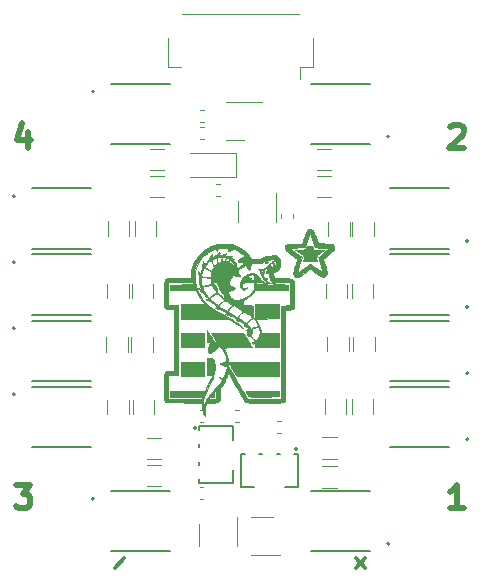
<source format=gbr>
%TF.GenerationSoftware,KiCad,Pcbnew,(5.1.6-0-10_14)*%
%TF.CreationDate,2021-04-11T14:49:43-04:00*%
%TF.ProjectId,F051_ESC-4in1-V2,46303531-5f45-4534-932d-34696e312d56,rev?*%
%TF.SameCoordinates,Original*%
%TF.FileFunction,Legend,Top*%
%TF.FilePolarity,Positive*%
%FSLAX46Y46*%
G04 Gerber Fmt 4.6, Leading zero omitted, Abs format (unit mm)*
G04 Created by KiCad (PCBNEW (5.1.6-0-10_14)) date 2021-04-11 14:49:43*
%MOMM*%
%LPD*%
G01*
G04 APERTURE LIST*
%ADD10C,0.500000*%
%ADD11C,0.375000*%
%ADD12C,0.010000*%
%ADD13C,0.120000*%
%ADD14C,0.152400*%
%ADD15C,0.127000*%
%ADD16C,0.200000*%
G04 APERTURE END LIST*
D10*
X157778571Y-72345238D02*
X157873809Y-72250000D01*
X158064285Y-72154761D01*
X158540476Y-72154761D01*
X158730952Y-72250000D01*
X158826190Y-72345238D01*
X158921428Y-72535714D01*
X158921428Y-72726190D01*
X158826190Y-73011904D01*
X157683333Y-74154761D01*
X158921428Y-74154761D01*
X122020952Y-72821428D02*
X122020952Y-74154761D01*
X121544761Y-72059523D02*
X121068571Y-73488095D01*
X122306666Y-73488095D01*
X120983333Y-102654761D02*
X122221428Y-102654761D01*
X121554761Y-103416666D01*
X121840476Y-103416666D01*
X122030952Y-103511904D01*
X122126190Y-103607142D01*
X122221428Y-103797619D01*
X122221428Y-104273809D01*
X122126190Y-104464285D01*
X122030952Y-104559523D01*
X121840476Y-104654761D01*
X121269047Y-104654761D01*
X121078571Y-104559523D01*
X120983333Y-104464285D01*
X158921428Y-104654761D02*
X157778571Y-104654761D01*
X158350000Y-104654761D02*
X158350000Y-102654761D01*
X158159523Y-102940476D01*
X157969047Y-103130952D01*
X157778571Y-103226190D01*
D11*
X130179822Y-108871700D02*
X129371700Y-109679822D01*
X150579822Y-108881700D02*
X149771700Y-109689822D01*
X150579822Y-109689822D02*
X149771700Y-108881700D01*
D12*
%TO.C,U15*%
G36*
X138975665Y-82260996D02*
G01*
X139276482Y-82308404D01*
X139560684Y-82388565D01*
X139832195Y-82502621D01*
X140094942Y-82651714D01*
X140129462Y-82674262D01*
X140383867Y-82865627D01*
X140618098Y-83087653D01*
X140826426Y-83334690D01*
X140892990Y-83427220D01*
X140981275Y-83555441D01*
X141312793Y-83550062D01*
X141433874Y-83547929D01*
X141522737Y-83545372D01*
X141586236Y-83541363D01*
X141631228Y-83534875D01*
X141664565Y-83524881D01*
X141693102Y-83510352D01*
X141723695Y-83490262D01*
X141727040Y-83487970D01*
X141851229Y-83413092D01*
X141982555Y-83351797D01*
X142112450Y-83306900D01*
X142232344Y-83281219D01*
X142333669Y-83277572D01*
X142357198Y-83280817D01*
X142431527Y-83280267D01*
X142531581Y-83254760D01*
X142546121Y-83249770D01*
X142675862Y-83216730D01*
X142822861Y-83204881D01*
X142827329Y-83204829D01*
X142915676Y-83206106D01*
X142981184Y-83214170D01*
X143039919Y-83232190D01*
X143097305Y-83258087D01*
X143211298Y-83334179D01*
X143298494Y-83434781D01*
X143355481Y-83553699D01*
X143378846Y-83684735D01*
X143375683Y-83763545D01*
X143358743Y-83901666D01*
X143344889Y-84007277D01*
X143333020Y-84086720D01*
X143322034Y-84146339D01*
X143310831Y-84192475D01*
X143298310Y-84231472D01*
X143291166Y-84250390D01*
X143222722Y-84387847D01*
X143138253Y-84495464D01*
X143040583Y-84570455D01*
X142932533Y-84610035D01*
X142925318Y-84611299D01*
X142857819Y-84633691D01*
X142795906Y-84671419D01*
X142791435Y-84675262D01*
X142733849Y-84726714D01*
X142763493Y-84826537D01*
X142783888Y-84907856D01*
X142801396Y-84998811D01*
X142806890Y-85036427D01*
X142821918Y-85113353D01*
X142844392Y-85156476D01*
X142856113Y-85165478D01*
X142884748Y-85170390D01*
X142948996Y-85174712D01*
X143045395Y-85178354D01*
X143170485Y-85181228D01*
X143320804Y-85183243D01*
X143492891Y-85184310D01*
X143592114Y-85184462D01*
X143776189Y-85184524D01*
X143925432Y-85184870D01*
X144044087Y-85185736D01*
X144136398Y-85187360D01*
X144206612Y-85189978D01*
X144258971Y-85193828D01*
X144297722Y-85199147D01*
X144327108Y-85206173D01*
X144351374Y-85215141D01*
X144374765Y-85226290D01*
X144378967Y-85228423D01*
X144456839Y-85283472D01*
X144510585Y-85359401D01*
X144555880Y-85446417D01*
X144550517Y-86513618D01*
X144545154Y-87580820D01*
X144498070Y-87649518D01*
X144452560Y-87709519D01*
X144405803Y-87753184D01*
X144350330Y-87783380D01*
X144278671Y-87802976D01*
X144183356Y-87814838D01*
X144056915Y-87821833D01*
X144048367Y-87822154D01*
X143783154Y-87831923D01*
X143770447Y-87919846D01*
X143769154Y-87948078D01*
X143767887Y-88013444D01*
X143766652Y-88114000D01*
X143765457Y-88247802D01*
X143764308Y-88412908D01*
X143763212Y-88607374D01*
X143762177Y-88829256D01*
X143761209Y-89076611D01*
X143760315Y-89347495D01*
X143759502Y-89639966D01*
X143758777Y-89952079D01*
X143758147Y-90281892D01*
X143757619Y-90627461D01*
X143757199Y-90986842D01*
X143756895Y-91358092D01*
X143756714Y-91739268D01*
X143756704Y-91773104D01*
X143756564Y-92225179D01*
X143756392Y-92639812D01*
X143756175Y-93018638D01*
X143755896Y-93363290D01*
X143755542Y-93675403D01*
X143755099Y-93956613D01*
X143754550Y-94208553D01*
X143753883Y-94432859D01*
X143753082Y-94631165D01*
X143752132Y-94805105D01*
X143751019Y-94956314D01*
X143749728Y-95086427D01*
X143748246Y-95197078D01*
X143746556Y-95289902D01*
X143744644Y-95366533D01*
X143742497Y-95428607D01*
X143740098Y-95477757D01*
X143737434Y-95515619D01*
X143734490Y-95543827D01*
X143731251Y-95564015D01*
X143727702Y-95577818D01*
X143723830Y-95586871D01*
X143722549Y-95588987D01*
X143710282Y-95608113D01*
X143698483Y-95624820D01*
X143684578Y-95639270D01*
X143665990Y-95651627D01*
X143640145Y-95662055D01*
X143604466Y-95670717D01*
X143556378Y-95677776D01*
X143493305Y-95683397D01*
X143412673Y-95687741D01*
X143311904Y-95690973D01*
X143188425Y-95693256D01*
X143039659Y-95694754D01*
X142863030Y-95695630D01*
X142655963Y-95696047D01*
X142415883Y-95696168D01*
X142140214Y-95696158D01*
X142033562Y-95696154D01*
X141745125Y-95696168D01*
X141493195Y-95696107D01*
X141275204Y-95695819D01*
X141088581Y-95695151D01*
X140930757Y-95693947D01*
X140799164Y-95692057D01*
X140691231Y-95689326D01*
X140604389Y-95685600D01*
X140536069Y-95680728D01*
X140483702Y-95674555D01*
X140444718Y-95666928D01*
X140416548Y-95657694D01*
X140396622Y-95646700D01*
X140382372Y-95633792D01*
X140371227Y-95618817D01*
X140360618Y-95601622D01*
X140357247Y-95596153D01*
X140320882Y-95536235D01*
X140268855Y-95448098D01*
X140203344Y-95335593D01*
X140126528Y-95202571D01*
X140040586Y-95052883D01*
X139947696Y-94890378D01*
X139850038Y-94718907D01*
X139749791Y-94542321D01*
X139649133Y-94364470D01*
X139550242Y-94189205D01*
X139455299Y-94020376D01*
X139366482Y-93861835D01*
X139285970Y-93717431D01*
X139215941Y-93591014D01*
X139158575Y-93486437D01*
X139116050Y-93407548D01*
X139090546Y-93358199D01*
X139088639Y-93354249D01*
X139047768Y-93271964D01*
X139011792Y-93206191D01*
X138984291Y-93163012D01*
X138968845Y-93148506D01*
X138967860Y-93149096D01*
X138956068Y-93172309D01*
X138933299Y-93225528D01*
X138902250Y-93302152D01*
X138865616Y-93395577D01*
X138841298Y-93459000D01*
X138783546Y-93603793D01*
X138724384Y-93735583D01*
X138658993Y-93863302D01*
X138582549Y-93995881D01*
X138490234Y-94142253D01*
X138396724Y-94282651D01*
X138262267Y-94481072D01*
X138264598Y-94949300D01*
X138265117Y-95098248D01*
X138264765Y-95213534D01*
X138263180Y-95300566D01*
X138260001Y-95364755D01*
X138254866Y-95411512D01*
X138247414Y-95446246D01*
X138237282Y-95474367D01*
X138228236Y-95493341D01*
X138195862Y-95551361D01*
X138161419Y-95597209D01*
X138120046Y-95632298D01*
X138066883Y-95658042D01*
X137997070Y-95675854D01*
X137905747Y-95687149D01*
X137788055Y-95693339D01*
X137639134Y-95695838D01*
X137530991Y-95696154D01*
X137090264Y-95696154D01*
X137070435Y-95748309D01*
X137058460Y-95790398D01*
X137043057Y-95859280D01*
X137026772Y-95943132D01*
X137019437Y-95984948D01*
X137007661Y-96063720D01*
X137000277Y-96139851D01*
X136997045Y-96222579D01*
X136997725Y-96321144D01*
X137002076Y-96444782D01*
X137005558Y-96518983D01*
X137010950Y-96630898D01*
X137015355Y-96727965D01*
X137018513Y-96804012D01*
X137020169Y-96852869D01*
X137020144Y-96868498D01*
X137009305Y-96853216D01*
X136982962Y-96812701D01*
X136946258Y-96754897D01*
X136936085Y-96738705D01*
X136854801Y-96574441D01*
X136817261Y-96450512D01*
X136790701Y-96321098D01*
X136768606Y-96180504D01*
X136752393Y-96040944D01*
X136743479Y-95914633D01*
X136743284Y-95813786D01*
X136743306Y-95813385D01*
X136749308Y-95705923D01*
X133668784Y-95686385D01*
X133614974Y-95626155D01*
X133595225Y-95602825D01*
X133580739Y-95579422D01*
X133570395Y-95549415D01*
X133563073Y-95506273D01*
X133557651Y-95443466D01*
X133553008Y-95354463D01*
X133548198Y-95237150D01*
X133545285Y-95142603D01*
X133542601Y-95015573D01*
X133540220Y-94862656D01*
X133538218Y-94690444D01*
X133536670Y-94505534D01*
X133535651Y-94314518D01*
X133535237Y-94123991D01*
X133535231Y-94100021D01*
X133535369Y-93890411D01*
X133536020Y-93716119D01*
X133537540Y-93573387D01*
X133540283Y-93458455D01*
X133544605Y-93367566D01*
X133550861Y-93296960D01*
X133559407Y-93242879D01*
X133570598Y-93201564D01*
X133584789Y-93169257D01*
X133602336Y-93142200D01*
X133623594Y-93116633D01*
X133628738Y-93110907D01*
X133665801Y-93075135D01*
X133707393Y-93048526D01*
X133760150Y-93029466D01*
X133830704Y-93016334D01*
X133925688Y-93007515D01*
X134051736Y-93001391D01*
X134082308Y-93000311D01*
X134385154Y-92990077D01*
X134390509Y-90440308D01*
X134391086Y-90127144D01*
X134391486Y-89824365D01*
X134391714Y-89534311D01*
X134391775Y-89259327D01*
X134391673Y-89001754D01*
X134391414Y-88763936D01*
X134391001Y-88548215D01*
X134390440Y-88356934D01*
X134389735Y-88192436D01*
X134388892Y-88057063D01*
X134387914Y-87953159D01*
X134386807Y-87883065D01*
X134385576Y-87849126D01*
X134385252Y-87846577D01*
X134379644Y-87829311D01*
X134368429Y-87817272D01*
X134345394Y-87809504D01*
X134304328Y-87805053D01*
X134239019Y-87802963D01*
X134143254Y-87802278D01*
X134096590Y-87802186D01*
X133956903Y-87799729D01*
X133849372Y-87791509D01*
X133767258Y-87775520D01*
X133703821Y-87749757D01*
X133652322Y-87712216D01*
X133606021Y-87660889D01*
X133601348Y-87654829D01*
X133545000Y-87580944D01*
X133545000Y-86504818D01*
X133544985Y-86261407D01*
X133545189Y-86053932D01*
X133545990Y-85879254D01*
X133547761Y-85734232D01*
X133550881Y-85615726D01*
X133555724Y-85520597D01*
X133556093Y-85516616D01*
X133867020Y-85516616D01*
X133877154Y-87460692D01*
X134302116Y-87465958D01*
X134727077Y-87471224D01*
X134727077Y-93332000D01*
X134321654Y-93332299D01*
X134198640Y-93333115D01*
X134088239Y-93335219D01*
X133996670Y-93338383D01*
X133930146Y-93342376D01*
X133894885Y-93346968D01*
X133891629Y-93348217D01*
X133885949Y-93359572D01*
X133881253Y-93387561D01*
X133877490Y-93434859D01*
X133874609Y-93504144D01*
X133872559Y-93598090D01*
X133871288Y-93719372D01*
X133870746Y-93870667D01*
X133870880Y-94054649D01*
X133871640Y-94273995D01*
X133872090Y-94368803D01*
X133877154Y-95373769D01*
X135317361Y-95378780D01*
X135591988Y-95379841D01*
X135830157Y-95380831D01*
X136034487Y-95381527D01*
X136207597Y-95381704D01*
X136352105Y-95381139D01*
X136470631Y-95379608D01*
X136565792Y-95376887D01*
X136640208Y-95372753D01*
X136696498Y-95366980D01*
X136737280Y-95359347D01*
X136765173Y-95349628D01*
X136782796Y-95337600D01*
X136792768Y-95323039D01*
X136797707Y-95305721D01*
X136800232Y-95285422D01*
X136802963Y-95261920D01*
X136804683Y-95251654D01*
X136816716Y-95188154D01*
X134062770Y-95188154D01*
X134062770Y-94719480D01*
X135520621Y-94714471D01*
X136978473Y-94709462D01*
X137265315Y-94141154D01*
X137363482Y-93945107D01*
X137443803Y-93781101D01*
X137507235Y-93646923D01*
X137554737Y-93540358D01*
X137587266Y-93459193D01*
X137605780Y-93401215D01*
X137611236Y-93364207D01*
X137607767Y-93349543D01*
X137585094Y-93342723D01*
X137531393Y-93337140D01*
X137454710Y-93333373D01*
X137363617Y-93332000D01*
X137130308Y-93332000D01*
X137130308Y-92639780D01*
X137130249Y-92448293D01*
X137130593Y-92292260D01*
X137132120Y-92168065D01*
X137135612Y-92072085D01*
X137141850Y-92000704D01*
X137151615Y-91950300D01*
X137165688Y-91917254D01*
X137184849Y-91897948D01*
X137209881Y-91888761D01*
X137241564Y-91886074D01*
X137280679Y-91886268D01*
X137292896Y-91886345D01*
X137423414Y-91904631D01*
X137538895Y-91957637D01*
X137637671Y-92043366D01*
X137718073Y-92159819D01*
X137778434Y-92304997D01*
X137817085Y-92476903D01*
X137822859Y-92521154D01*
X137827481Y-92625267D01*
X137822253Y-92756375D01*
X137808283Y-92903964D01*
X137786681Y-93057519D01*
X137758555Y-93206527D01*
X137743836Y-93270225D01*
X137714017Y-93380847D01*
X137677987Y-93493932D01*
X137633721Y-93614272D01*
X137579193Y-93746654D01*
X137512379Y-93895870D01*
X137431255Y-94066708D01*
X137333794Y-94263958D01*
X137271662Y-94387077D01*
X137161646Y-94608374D01*
X137070832Y-94802339D01*
X136997395Y-94974578D01*
X136939512Y-95130697D01*
X136895359Y-95276304D01*
X136863113Y-95417003D01*
X136840949Y-95558402D01*
X136827045Y-95706108D01*
X136823573Y-95764539D01*
X136820897Y-95892589D01*
X136824651Y-96025238D01*
X136834198Y-96142154D01*
X136835854Y-96155308D01*
X136849713Y-96247661D01*
X136866541Y-96341577D01*
X136884585Y-96429171D01*
X136902091Y-96502561D01*
X136917306Y-96553866D01*
X136928477Y-96575203D01*
X136929284Y-96575385D01*
X136932012Y-96557439D01*
X136931318Y-96509635D01*
X136927421Y-96441019D01*
X136925376Y-96414192D01*
X136923486Y-96195129D01*
X136950060Y-95965033D01*
X137002616Y-95736735D01*
X137078673Y-95523064D01*
X137111463Y-95451923D01*
X137169264Y-95345074D01*
X137174332Y-95337136D01*
X137310794Y-95337136D01*
X137312307Y-95358976D01*
X137335195Y-95372398D01*
X137383502Y-95379186D01*
X137461276Y-95381122D01*
X137572561Y-95379989D01*
X137623654Y-95379138D01*
X137941154Y-95373769D01*
X137946467Y-94983313D01*
X137951780Y-94592856D01*
X137853659Y-94689501D01*
X137755539Y-94786147D01*
X137755539Y-95188154D01*
X137405255Y-95188154D01*
X137355705Y-95261074D01*
X137326608Y-95305097D01*
X137310794Y-95337136D01*
X137174332Y-95337136D01*
X137239941Y-95234388D01*
X137327173Y-95114961D01*
X137434641Y-94981890D01*
X137566023Y-94830271D01*
X137638308Y-94749855D01*
X137720238Y-94657264D01*
X137786450Y-94577763D01*
X137833628Y-94515600D01*
X137858453Y-94475023D01*
X137861449Y-94464208D01*
X137873966Y-94432150D01*
X137896194Y-94426154D01*
X137929339Y-94410917D01*
X137979878Y-94368810D01*
X138043175Y-94305236D01*
X138114594Y-94225598D01*
X138189499Y-94135302D01*
X138263252Y-94039751D01*
X138331219Y-93944348D01*
X138388762Y-93854499D01*
X138393439Y-93846582D01*
X138422750Y-93792501D01*
X138431688Y-93761437D01*
X138422331Y-93744424D01*
X138417774Y-93741536D01*
X138379943Y-93716588D01*
X138330823Y-93679377D01*
X138278998Y-93637121D01*
X138233052Y-93597037D01*
X138201569Y-93566345D01*
X138192890Y-93552444D01*
X138215081Y-93551918D01*
X138264897Y-93559190D01*
X138332018Y-93572714D01*
X138339288Y-93574352D01*
X138411018Y-93589832D01*
X138469729Y-93600994D01*
X138503227Y-93605527D01*
X138504023Y-93605539D01*
X138527383Y-93587748D01*
X138559113Y-93538365D01*
X138596851Y-93463371D01*
X138638236Y-93368748D01*
X138680906Y-93260477D01*
X138722500Y-93144540D01*
X138760655Y-93026918D01*
X138793009Y-92913594D01*
X138816455Y-92814231D01*
X138830704Y-92726140D01*
X138829573Y-92669247D01*
X138811873Y-92638340D01*
X138776417Y-92628208D01*
X138774031Y-92628152D01*
X138733787Y-92619636D01*
X138672032Y-92597278D01*
X138595871Y-92564680D01*
X138512403Y-92525442D01*
X138428733Y-92483163D01*
X138351962Y-92441444D01*
X138289193Y-92403886D01*
X138247527Y-92374087D01*
X138234068Y-92355650D01*
X138234494Y-92354652D01*
X138257527Y-92343661D01*
X138304828Y-92332877D01*
X138323976Y-92329957D01*
X138404835Y-92310326D01*
X138494265Y-92274507D01*
X138584848Y-92227288D01*
X138669167Y-92173461D01*
X138739804Y-92117816D01*
X138789341Y-92065143D01*
X138810362Y-92020233D01*
X138810616Y-92015671D01*
X138803484Y-91961903D01*
X138784066Y-91881488D01*
X138755334Y-91783756D01*
X138720256Y-91678037D01*
X138681802Y-91573660D01*
X138642942Y-91479956D01*
X138633546Y-91459365D01*
X138529531Y-91266294D01*
X138410153Y-91097240D01*
X138280614Y-90959573D01*
X138280479Y-90959451D01*
X138178487Y-90867752D01*
X138128750Y-90932453D01*
X138041425Y-91036359D01*
X137939436Y-91142523D01*
X137834950Y-91238957D01*
X137745770Y-91309712D01*
X137662675Y-91365214D01*
X137574578Y-91418184D01*
X137488876Y-91464832D01*
X137412964Y-91501365D01*
X137354240Y-91523992D01*
X137320098Y-91528923D01*
X137318882Y-91528531D01*
X137303205Y-91504001D01*
X137290121Y-91449004D01*
X137280162Y-91372096D01*
X137273858Y-91281834D01*
X137271741Y-91186775D01*
X137274342Y-91095473D01*
X137282192Y-91016484D01*
X137285800Y-90995710D01*
X137310519Y-90882374D01*
X137334937Y-90798507D01*
X137362376Y-90734667D01*
X137396155Y-90681414D01*
X137396496Y-90680958D01*
X137425977Y-90638928D01*
X137441972Y-90611191D01*
X137442924Y-90607688D01*
X137424929Y-90602546D01*
X137377108Y-90598674D01*
X137308709Y-90596727D01*
X137286616Y-90596616D01*
X137130308Y-90596616D01*
X137130308Y-90069077D01*
X137130571Y-89930083D01*
X137131312Y-89804808D01*
X137132461Y-89698284D01*
X137133947Y-89615546D01*
X137135699Y-89561629D01*
X137137646Y-89541566D01*
X137137722Y-89541539D01*
X137150511Y-89558129D01*
X137181526Y-89606511D01*
X137229509Y-89684602D01*
X137293205Y-89790321D01*
X137371358Y-89921583D01*
X137462712Y-90076308D01*
X137550195Y-90225385D01*
X137614455Y-90334817D01*
X137663517Y-90415833D01*
X137702014Y-90473689D01*
X137734581Y-90513638D01*
X137765849Y-90540938D01*
X137800453Y-90560841D01*
X137843026Y-90578605D01*
X137870902Y-90589136D01*
X137934231Y-90611770D01*
X137981319Y-90626396D01*
X138002242Y-90629941D01*
X138002362Y-90629844D01*
X137994613Y-90612028D01*
X137969417Y-90565575D01*
X137929525Y-90495298D01*
X137877688Y-90406013D01*
X137816658Y-90302534D01*
X137782517Y-90245238D01*
X137716734Y-90134816D01*
X137657587Y-90034777D01*
X137608089Y-89950279D01*
X137571254Y-89886478D01*
X137550094Y-89848534D01*
X137546390Y-89841018D01*
X137550052Y-89835853D01*
X137566914Y-89831395D01*
X137599415Y-89827598D01*
X137649995Y-89824414D01*
X137721095Y-89821797D01*
X137815155Y-89819701D01*
X137934615Y-89818077D01*
X138081914Y-89816880D01*
X138259495Y-89816062D01*
X138469795Y-89815577D01*
X138715256Y-89815378D01*
X138881795Y-89815376D01*
X139107896Y-89815630D01*
X139322713Y-89816266D01*
X139523024Y-89817249D01*
X139705605Y-89818546D01*
X139867233Y-89820120D01*
X140004686Y-89821939D01*
X140114741Y-89823967D01*
X140194174Y-89826170D01*
X140239762Y-89828513D01*
X140249631Y-89830030D01*
X140264925Y-89849885D01*
X140297385Y-89899160D01*
X140344362Y-89973596D01*
X140403212Y-90068930D01*
X140471287Y-90180901D01*
X140545941Y-90305247D01*
X140574015Y-90352385D01*
X140651834Y-90483257D01*
X140725038Y-90606238D01*
X140790729Y-90716470D01*
X140846009Y-90809096D01*
X140887983Y-90879258D01*
X140913752Y-90922099D01*
X140917811Y-90928769D01*
X140944176Y-90975067D01*
X140958759Y-91006998D01*
X140959774Y-91011808D01*
X140940800Y-91014385D01*
X140886063Y-91016817D01*
X140798876Y-91019066D01*
X140682550Y-91021090D01*
X140540399Y-91022850D01*
X140375736Y-91024307D01*
X140191873Y-91025419D01*
X139992125Y-91026149D01*
X139779803Y-91026455D01*
X139741949Y-91026462D01*
X139527377Y-91026644D01*
X139324489Y-91027168D01*
X139136639Y-91028004D01*
X138967184Y-91029118D01*
X138819478Y-91030480D01*
X138696879Y-91032057D01*
X138602741Y-91033819D01*
X138540419Y-91035732D01*
X138513270Y-91037765D01*
X138512406Y-91038107D01*
X138516443Y-91058892D01*
X138538925Y-91100623D01*
X138565526Y-91140684D01*
X138674531Y-91319298D01*
X138769310Y-91525147D01*
X138846775Y-91748008D01*
X138903839Y-91977662D01*
X138937415Y-92203887D01*
X138944979Y-92397075D01*
X138940830Y-92585611D01*
X139059445Y-92787844D01*
X139261718Y-93132440D01*
X139452367Y-93456685D01*
X139630736Y-93759481D01*
X139796174Y-94039733D01*
X139948027Y-94296345D01*
X140085641Y-94528220D01*
X140208364Y-94734263D01*
X140315543Y-94913378D01*
X140406523Y-95064467D01*
X140480652Y-95186436D01*
X140537278Y-95278188D01*
X140575745Y-95338627D01*
X140595402Y-95366656D01*
X140597338Y-95368493D01*
X140620956Y-95370950D01*
X140680470Y-95373147D01*
X140772704Y-95375061D01*
X140894477Y-95376669D01*
X141042612Y-95377947D01*
X141213929Y-95378874D01*
X141405249Y-95379425D01*
X141613395Y-95379579D01*
X141835186Y-95379311D01*
X142018307Y-95378785D01*
X143411924Y-95373769D01*
X143431462Y-87480231D01*
X144222770Y-87469653D01*
X144222770Y-85516616D01*
X142913693Y-85516616D01*
X142913426Y-85560577D01*
X142907873Y-85617283D01*
X142901457Y-85648197D01*
X142889755Y-85691855D01*
X143453686Y-85697043D01*
X144017616Y-85702231D01*
X144023140Y-85922039D01*
X144028665Y-86141846D01*
X141182910Y-86141846D01*
X141131455Y-86244423D01*
X141033930Y-86401087D01*
X140902626Y-86553416D01*
X140742839Y-86696608D01*
X140559866Y-86825864D01*
X140378577Y-86926885D01*
X140178308Y-87025406D01*
X140178308Y-87470462D01*
X140606064Y-87470462D01*
X140747861Y-87470768D01*
X140855367Y-87471909D01*
X140933363Y-87474223D01*
X140986630Y-87478046D01*
X141019952Y-87483712D01*
X141038110Y-87491560D01*
X141045679Y-87501367D01*
X141049110Y-87529215D01*
X141052152Y-87590104D01*
X141054652Y-87677996D01*
X141056459Y-87786858D01*
X141057422Y-87910652D01*
X141057539Y-87972799D01*
X141057539Y-88413325D01*
X141182828Y-88546138D01*
X141347387Y-88744206D01*
X141485611Y-88959568D01*
X141594598Y-89186085D01*
X141671442Y-89417616D01*
X141713240Y-89648021D01*
X141715538Y-89672612D01*
X141727542Y-89814623D01*
X142481810Y-89819735D01*
X143236077Y-89824846D01*
X143241245Y-90425832D01*
X143246412Y-91026817D01*
X142244783Y-91021755D01*
X141243154Y-91016692D01*
X141237647Y-90798701D01*
X141232139Y-90580710D01*
X141153439Y-90611624D01*
X141097850Y-90642084D01*
X141056539Y-90679778D01*
X141049806Y-90690124D01*
X141024873Y-90737709D01*
X140982591Y-90666046D01*
X140956597Y-90620480D01*
X140941692Y-90591426D01*
X140940308Y-90587282D01*
X140957157Y-90578910D01*
X140998277Y-90567934D01*
X141003808Y-90566736D01*
X141057382Y-90551912D01*
X141119860Y-90529747D01*
X141180356Y-90504807D01*
X141227986Y-90481655D01*
X141251863Y-90464855D01*
X141252850Y-90462325D01*
X141236409Y-90448439D01*
X141194668Y-90426872D01*
X141165969Y-90414380D01*
X141057475Y-90352723D01*
X140954361Y-90263027D01*
X140868254Y-90155825D01*
X140852385Y-90130323D01*
X140817251Y-90074204D01*
X140789091Y-90044316D01*
X140756582Y-90032362D01*
X140715616Y-90030089D01*
X140655852Y-90026507D01*
X140615937Y-90011484D01*
X140611938Y-90007504D01*
X140842616Y-90007504D01*
X140855253Y-90051789D01*
X140888286Y-90112684D01*
X140934397Y-90179248D01*
X140986266Y-90240541D01*
X141020062Y-90272762D01*
X141071808Y-90310135D01*
X141138094Y-90349727D01*
X141207110Y-90385413D01*
X141267044Y-90411069D01*
X141305134Y-90420578D01*
X141329019Y-90406807D01*
X141368160Y-90370789D01*
X141407085Y-90328291D01*
X141460932Y-90259311D01*
X141512523Y-90183638D01*
X141536502Y-90143269D01*
X141575705Y-90052912D01*
X141607275Y-89945836D01*
X141627948Y-89836911D01*
X141634462Y-89741003D01*
X141632117Y-89707616D01*
X141619120Y-89627617D01*
X141601091Y-89540399D01*
X141580292Y-89454428D01*
X141558982Y-89378172D01*
X141539423Y-89320098D01*
X141523877Y-89288673D01*
X141519391Y-89285468D01*
X141419953Y-89287412D01*
X141306794Y-89307247D01*
X141191448Y-89341192D01*
X141085446Y-89385466D01*
X141000322Y-89436289D01*
X140965175Y-89467155D01*
X140937842Y-89502561D01*
X140931563Y-89537542D01*
X140942513Y-89589339D01*
X140954271Y-89699296D01*
X140934198Y-89811663D01*
X140890450Y-89902632D01*
X140860607Y-89954171D01*
X140843902Y-89997697D01*
X140842616Y-90007504D01*
X140611938Y-90007504D01*
X140580921Y-89976635D01*
X140553581Y-89939199D01*
X140525366Y-89887102D01*
X140518546Y-89832295D01*
X140522344Y-89792459D01*
X140524333Y-89716743D01*
X140514530Y-89636717D01*
X140510689Y-89620535D01*
X140498004Y-89565385D01*
X140499321Y-89533986D01*
X140515995Y-89513117D01*
X140522178Y-89508391D01*
X140566098Y-89490320D01*
X140621658Y-89482923D01*
X140665355Y-89477933D01*
X140686051Y-89465749D01*
X140686308Y-89464065D01*
X140669897Y-89425557D01*
X140625593Y-89376509D01*
X140560793Y-89323166D01*
X140482891Y-89271776D01*
X140417235Y-89236802D01*
X140343119Y-89199543D01*
X140302377Y-89173385D01*
X140291713Y-89155925D01*
X140297250Y-89149299D01*
X140341287Y-89133432D01*
X140359039Y-89131530D01*
X140385970Y-89126039D01*
X140388149Y-89108024D01*
X140363720Y-89074154D01*
X140310827Y-89021101D01*
X140294422Y-89005906D01*
X140540432Y-89005906D01*
X140553639Y-89035104D01*
X140584178Y-89076256D01*
X140635891Y-89137031D01*
X140652478Y-89156076D01*
X140714891Y-89230882D01*
X140773826Y-89307117D01*
X140819765Y-89372269D01*
X140832723Y-89393026D01*
X140886815Y-89485327D01*
X140937984Y-89437379D01*
X140984893Y-89401327D01*
X141049809Y-89360762D01*
X141092486Y-89337773D01*
X141167484Y-89306137D01*
X141259427Y-89275422D01*
X141336717Y-89255070D01*
X141407042Y-89238402D01*
X141461771Y-89223251D01*
X141490197Y-89212613D01*
X141491320Y-89211793D01*
X141492806Y-89185918D01*
X141474177Y-89135190D01*
X141439171Y-89065709D01*
X141391524Y-88983576D01*
X141334974Y-88894889D01*
X141273258Y-88805750D01*
X141210112Y-88722259D01*
X141149275Y-88650516D01*
X141143926Y-88644721D01*
X141043957Y-88537320D01*
X140894850Y-88630254D01*
X140778904Y-88709795D01*
X140679505Y-88792283D01*
X140602818Y-88871944D01*
X140555008Y-88943003D01*
X140550657Y-88952685D01*
X140540718Y-88980990D01*
X140540432Y-89005906D01*
X140294422Y-89005906D01*
X140283189Y-88995503D01*
X140203469Y-88927747D01*
X140126198Y-88875279D01*
X140042712Y-88834443D01*
X139944347Y-88801580D01*
X139822439Y-88773035D01*
X139704500Y-88751255D01*
X139651230Y-88736313D01*
X139633225Y-88717898D01*
X139651825Y-88699375D01*
X139680077Y-88689870D01*
X139715823Y-88676800D01*
X139724600Y-88658303D01*
X139704856Y-88628771D01*
X139655041Y-88582593D01*
X139648984Y-88577389D01*
X139522597Y-88486809D01*
X139365668Y-88405992D01*
X139175775Y-88333921D01*
X138950497Y-88269576D01*
X138873987Y-88251243D01*
X138781976Y-88227969D01*
X138727441Y-88208609D01*
X138709103Y-88192075D01*
X138725685Y-88177279D01*
X138771539Y-88164077D01*
X138815593Y-88150608D01*
X138838800Y-88136587D01*
X138828233Y-88119074D01*
X138789935Y-88087182D01*
X138730528Y-88045160D01*
X138656632Y-87997257D01*
X138574868Y-87947723D01*
X138491856Y-87900808D01*
X138414217Y-87860760D01*
X138394591Y-87851471D01*
X138247749Y-87792513D01*
X138080122Y-87739847D01*
X137909998Y-87699103D01*
X137882539Y-87693840D01*
X137804385Y-87679455D01*
X137905943Y-87647618D01*
X137964504Y-87627915D01*
X138006406Y-87611323D01*
X138018966Y-87604316D01*
X138011615Y-87585911D01*
X137978394Y-87548409D01*
X137924455Y-87496475D01*
X137914089Y-87487273D01*
X138145340Y-87487273D01*
X138210038Y-87536621D01*
X138244945Y-87560986D01*
X138303513Y-87599461D01*
X138379609Y-87648237D01*
X138467098Y-87703504D01*
X138559846Y-87761453D01*
X138651718Y-87818276D01*
X138736581Y-87870162D01*
X138808301Y-87913304D01*
X138860742Y-87943892D01*
X138887771Y-87958118D01*
X138889729Y-87958674D01*
X138889826Y-87958552D01*
X138939201Y-87958552D01*
X138949254Y-87988208D01*
X138970945Y-88003474D01*
X139021246Y-88035710D01*
X139095217Y-88081852D01*
X139187920Y-88138834D01*
X139294414Y-88203591D01*
X139363491Y-88245273D01*
X139474660Y-88312160D01*
X139573970Y-88371914D01*
X139656759Y-88421727D01*
X139718361Y-88458794D01*
X139754114Y-88480309D01*
X139761274Y-88484619D01*
X139767066Y-88474809D01*
X139820762Y-88474809D01*
X139836353Y-88508851D01*
X139874698Y-88546357D01*
X139938775Y-88593661D01*
X140031559Y-88657094D01*
X140035806Y-88659986D01*
X140130393Y-88725459D01*
X140223844Y-88791980D01*
X140306163Y-88852320D01*
X140367355Y-88899250D01*
X140373693Y-88904360D01*
X140428410Y-88947716D01*
X140471144Y-88979423D01*
X140493165Y-88993023D01*
X140493690Y-88993128D01*
X140507005Y-88977632D01*
X140519112Y-88943117D01*
X140543611Y-88894682D01*
X140593145Y-88830981D01*
X140660712Y-88759119D01*
X140739310Y-88686203D01*
X140821934Y-88619339D01*
X140874596Y-88582413D01*
X140937443Y-88540716D01*
X140972291Y-88513534D01*
X140984063Y-88494325D01*
X140977677Y-88476549D01*
X140965330Y-88461780D01*
X140925036Y-88423492D01*
X140859388Y-88368653D01*
X140775396Y-88302612D01*
X140680071Y-88230718D01*
X140580423Y-88158318D01*
X140483462Y-88090762D01*
X140446655Y-88066065D01*
X140369349Y-88015627D01*
X140316721Y-87984377D01*
X140281266Y-87969342D01*
X140255474Y-87967551D01*
X140231838Y-87976033D01*
X140226381Y-87978875D01*
X140173254Y-88015849D01*
X140105701Y-88074689D01*
X140032871Y-88146097D01*
X139963912Y-88220775D01*
X139907974Y-88289425D01*
X139880752Y-88330154D01*
X139845939Y-88391793D01*
X139824950Y-88437901D01*
X139820762Y-88474809D01*
X139767066Y-88474809D01*
X139770336Y-88469273D01*
X139791485Y-88427037D01*
X139820440Y-88366504D01*
X139825396Y-88355939D01*
X139870299Y-88273659D01*
X139929131Y-88193283D01*
X140009695Y-88104617D01*
X140044420Y-88069788D01*
X140112256Y-88002045D01*
X140155212Y-87955898D01*
X140176862Y-87926163D01*
X140180780Y-87907650D01*
X140170538Y-87895174D01*
X140166501Y-87892580D01*
X140139180Y-87876827D01*
X140083405Y-87845186D01*
X140004829Y-87800844D01*
X139909102Y-87746988D01*
X139801876Y-87686806D01*
X139770748Y-87669360D01*
X139410859Y-87467719D01*
X139301237Y-87542360D01*
X139208172Y-87612404D01*
X139122834Y-87688969D01*
X139049247Y-87766961D01*
X138991430Y-87841286D01*
X138953408Y-87906847D01*
X138939201Y-87958552D01*
X138889826Y-87958552D01*
X138902693Y-87942467D01*
X138920853Y-87902212D01*
X138924394Y-87892730D01*
X138973751Y-87797871D01*
X139053870Y-87695383D01*
X139159163Y-87591980D01*
X139210238Y-87549345D01*
X139267483Y-87501168D01*
X139309003Y-87461133D01*
X139328242Y-87435772D01*
X139328460Y-87431507D01*
X139307427Y-87414371D01*
X139262096Y-87385182D01*
X139206269Y-87352539D01*
X139140068Y-87313907D01*
X139054802Y-87262073D01*
X138964030Y-87205346D01*
X138916294Y-87174828D01*
X138840477Y-87127768D01*
X138774175Y-87090065D01*
X138725666Y-87066226D01*
X138705698Y-87060154D01*
X138664486Y-87070271D01*
X138600396Y-87097326D01*
X138522923Y-87136374D01*
X138441564Y-87182468D01*
X138365814Y-87230662D01*
X138331924Y-87254815D01*
X138270067Y-87309028D01*
X138215181Y-87370390D01*
X138189786Y-87407637D01*
X138145340Y-87487273D01*
X137914089Y-87487273D01*
X137854947Y-87434776D01*
X137775023Y-87367977D01*
X137689834Y-87300746D01*
X137654022Y-87273725D01*
X137516059Y-87175974D01*
X137394861Y-87101571D01*
X137280712Y-87045130D01*
X137163891Y-87001267D01*
X137160145Y-87000058D01*
X137091456Y-86976508D01*
X137056439Y-86960063D01*
X137050897Y-86948194D01*
X137062453Y-86941195D01*
X137109790Y-86929920D01*
X137164500Y-86924758D01*
X137207738Y-86918194D01*
X137227823Y-86904052D01*
X137228000Y-86902482D01*
X137217247Y-86871257D01*
X137384308Y-86871257D01*
X137398133Y-86895276D01*
X137435214Y-86937372D01*
X137488964Y-86990399D01*
X137521534Y-87020116D01*
X137579081Y-87069415D01*
X137652144Y-87129288D01*
X137734912Y-87195282D01*
X137821573Y-87262940D01*
X137906313Y-87327811D01*
X137983321Y-87385439D01*
X138046784Y-87431369D01*
X138090890Y-87461150D01*
X138109193Y-87470462D01*
X138124642Y-87454400D01*
X138144825Y-87415366D01*
X138146369Y-87411700D01*
X138181697Y-87355930D01*
X138242695Y-87288665D01*
X138320912Y-87217464D01*
X138407901Y-87149882D01*
X138495210Y-87093477D01*
X138513411Y-87083431D01*
X138573373Y-87049637D01*
X138616748Y-87021655D01*
X138634694Y-87005225D01*
X138634770Y-87004685D01*
X138620515Y-86987508D01*
X138581730Y-86951262D01*
X138524387Y-86901307D01*
X138456457Y-86844638D01*
X138372012Y-86772767D01*
X138286465Y-86695320D01*
X138211741Y-86623310D01*
X138173130Y-86582995D01*
X138068115Y-86467298D01*
X137965558Y-86490928D01*
X137852881Y-86525610D01*
X137733776Y-86576858D01*
X137620025Y-86638429D01*
X137523406Y-86704078D01*
X137466026Y-86755705D01*
X137422758Y-86806752D01*
X137393134Y-86849559D01*
X137384308Y-86871257D01*
X137217247Y-86871257D01*
X137213632Y-86860761D01*
X137172936Y-86797896D01*
X137109527Y-86717854D01*
X137027020Y-86624600D01*
X136929029Y-86522100D01*
X136819169Y-86414321D01*
X136701054Y-86305228D01*
X136614889Y-86229769D01*
X136540235Y-86164824D01*
X136477544Y-86108233D01*
X136432259Y-86065068D01*
X136409826Y-86040403D01*
X136408365Y-86037351D01*
X136425428Y-86030789D01*
X136470889Y-86030116D01*
X136527574Y-86034728D01*
X136592883Y-86041457D01*
X136627217Y-86041194D01*
X136638313Y-86032299D01*
X136633906Y-86013127D01*
X136633556Y-86012223D01*
X136628621Y-85996891D01*
X136810549Y-85996891D01*
X136826806Y-86072963D01*
X136864576Y-86171020D01*
X136922207Y-86286961D01*
X136998046Y-86416685D01*
X137022023Y-86454462D01*
X137068695Y-86522636D01*
X137124334Y-86597647D01*
X137183499Y-86672911D01*
X137240746Y-86741848D01*
X137290635Y-86797877D01*
X137327722Y-86834414D01*
X137345138Y-86845231D01*
X137364057Y-86829148D01*
X137374318Y-86806850D01*
X137409475Y-86748046D01*
X137479896Y-86683261D01*
X137586299Y-86612023D01*
X137729404Y-86533861D01*
X137909928Y-86448305D01*
X137944530Y-86432929D01*
X138006521Y-86405616D01*
X137891071Y-86249308D01*
X137827810Y-86157349D01*
X137760147Y-86048941D01*
X137699854Y-85943211D01*
X137683402Y-85911819D01*
X137591184Y-85730638D01*
X137443784Y-85742806D01*
X137301039Y-85759996D01*
X137165413Y-85786392D01*
X137043181Y-85819950D01*
X136940621Y-85858622D01*
X136864010Y-85900365D01*
X136819624Y-85943133D01*
X136817457Y-85946902D01*
X136810549Y-85996891D01*
X136628621Y-85996891D01*
X136591550Y-85881742D01*
X136554967Y-85723535D01*
X136525972Y-85548820D01*
X136506732Y-85368812D01*
X136505195Y-85347591D01*
X136493464Y-85216039D01*
X136484668Y-85141789D01*
X136644760Y-85141789D01*
X136648266Y-85245337D01*
X136658652Y-85366393D01*
X136674825Y-85494704D01*
X136695687Y-85620021D01*
X136720143Y-85732093D01*
X136720639Y-85734038D01*
X136740654Y-85809816D01*
X136758066Y-85871046D01*
X136770011Y-85907824D01*
X136772428Y-85913180D01*
X136792049Y-85913686D01*
X136824639Y-85891521D01*
X136869140Y-85858222D01*
X136928286Y-85822581D01*
X136945281Y-85813692D01*
X137086366Y-85757791D01*
X137257585Y-85715351D01*
X137390749Y-85694774D01*
X137464053Y-85684832D01*
X137521168Y-85675027D01*
X137551953Y-85667156D01*
X137554273Y-85665779D01*
X137554991Y-85643097D01*
X137547241Y-85592788D01*
X137537184Y-85546040D01*
X137640254Y-85546040D01*
X137644436Y-85583603D01*
X137659758Y-85630931D01*
X137685906Y-85677863D01*
X137723384Y-85692455D01*
X137724408Y-85692462D01*
X137775166Y-85703447D01*
X137800362Y-85716885D01*
X137821894Y-85741881D01*
X137856475Y-85791391D01*
X137898920Y-85856901D01*
X137944043Y-85929899D01*
X137986659Y-86001872D01*
X138021581Y-86064306D01*
X138043625Y-86108689D01*
X138048616Y-86124436D01*
X138031883Y-86137528D01*
X137999770Y-86141846D01*
X137963045Y-86148190D01*
X137950924Y-86160370D01*
X137963999Y-86188086D01*
X138000072Y-86237855D01*
X138054408Y-86304200D01*
X138122275Y-86381640D01*
X138198941Y-86464697D01*
X138279671Y-86547892D01*
X138320519Y-86588253D01*
X138395225Y-86658474D01*
X138475945Y-86730317D01*
X138556642Y-86798868D01*
X138631281Y-86859215D01*
X138693826Y-86906441D01*
X138738241Y-86935633D01*
X138755898Y-86942735D01*
X138750527Y-86926881D01*
X138727707Y-86882480D01*
X138690169Y-86814448D01*
X138640642Y-86727703D01*
X138581856Y-86627160D01*
X138563461Y-86596116D01*
X138484270Y-86462816D01*
X138393097Y-86309272D01*
X138381810Y-86290255D01*
X138927460Y-86290255D01*
X138934610Y-86342523D01*
X138959453Y-86422892D01*
X138964514Y-86437689D01*
X139039061Y-86614120D01*
X139129824Y-86755974D01*
X139237944Y-86864727D01*
X139348099Y-86934096D01*
X139490118Y-86986387D01*
X139643994Y-87008788D01*
X139813921Y-87001391D01*
X140004098Y-86964292D01*
X140056941Y-86949917D01*
X140266888Y-86873994D01*
X140467159Y-86771021D01*
X140652066Y-86645464D01*
X140815920Y-86501787D01*
X140953035Y-86344454D01*
X141057721Y-86177931D01*
X141068657Y-86155829D01*
X141112492Y-86050291D01*
X141143534Y-85939648D01*
X141162937Y-85816004D01*
X141171852Y-85671463D01*
X141171728Y-85619610D01*
X141272251Y-85619610D01*
X141274512Y-85647663D01*
X141287591Y-85667384D01*
X141316407Y-85680230D01*
X141365877Y-85687659D01*
X141440919Y-85691129D01*
X141546452Y-85692097D01*
X141647964Y-85692060D01*
X142005154Y-85691658D01*
X141907462Y-85604557D01*
X141809770Y-85517455D01*
X141546000Y-85521920D01*
X141282231Y-85526385D01*
X141275890Y-85581766D01*
X141272251Y-85619610D01*
X141171728Y-85619610D01*
X141171435Y-85498128D01*
X141170341Y-85459574D01*
X141165669Y-85339863D01*
X141159394Y-85248731D01*
X141149982Y-85175676D01*
X141135900Y-85110200D01*
X141115618Y-85041803D01*
X141104517Y-85008616D01*
X141047770Y-84842539D01*
X140940308Y-84844980D01*
X140822505Y-84860360D01*
X140694444Y-84897867D01*
X140573339Y-84951837D01*
X140521514Y-84982735D01*
X140442077Y-85035435D01*
X140569803Y-85059102D01*
X140689373Y-85086303D01*
X140783004Y-85121209D01*
X140863801Y-85169885D01*
X140932523Y-85226933D01*
X140983548Y-85278877D01*
X141036181Y-85340769D01*
X141083577Y-85403458D01*
X141118892Y-85457791D01*
X141135281Y-85494616D01*
X141135693Y-85498600D01*
X141119553Y-85501213D01*
X141079201Y-85491493D01*
X141062424Y-85485863D01*
X140974295Y-85466832D01*
X140856277Y-85460187D01*
X140715498Y-85465793D01*
X140559084Y-85483515D01*
X140476603Y-85496991D01*
X140348724Y-85520773D01*
X140254296Y-85540866D01*
X140188136Y-85559441D01*
X140145059Y-85578671D01*
X140119884Y-85600725D01*
X140107424Y-85627776D01*
X140103234Y-85653385D01*
X140104913Y-85752237D01*
X140126105Y-85848702D01*
X140162940Y-85929984D01*
X140200593Y-85975082D01*
X140264499Y-86013299D01*
X140334268Y-86021436D01*
X140416528Y-85999221D01*
X140489220Y-85963146D01*
X140543957Y-85933687D01*
X140571184Y-85924043D01*
X140570982Y-85936303D01*
X140543435Y-85972556D01*
X140491901Y-86031244D01*
X140407459Y-86103976D01*
X140320511Y-86137854D01*
X140232271Y-86132922D01*
X140143954Y-86089224D01*
X140064260Y-86015486D01*
X140021676Y-85960425D01*
X139994579Y-85904889D01*
X139979932Y-85837927D01*
X139974698Y-85748587D01*
X139974657Y-85692462D01*
X139979183Y-85601506D01*
X139993418Y-85523637D01*
X140021542Y-85439701D01*
X140039349Y-85396016D01*
X140132275Y-85212517D01*
X140244220Y-85060986D01*
X140378221Y-84939005D01*
X140537309Y-84844159D01*
X140724520Y-84774031D01*
X140862154Y-84740673D01*
X140969133Y-84724888D01*
X141058218Y-84727511D01*
X141142469Y-84751301D01*
X141234944Y-84799019D01*
X141283921Y-84829817D01*
X141357486Y-84880705D01*
X141423754Y-84934051D01*
X141489378Y-84996415D01*
X141561009Y-85074359D01*
X141645301Y-85174443D01*
X141693075Y-85233348D01*
X141830221Y-85390854D01*
X141962071Y-85514049D01*
X142093452Y-85606366D01*
X142229186Y-85671236D01*
X142362693Y-85709761D01*
X142484488Y-85726315D01*
X142595465Y-85724290D01*
X142689497Y-85705127D01*
X142760458Y-85670271D01*
X142802220Y-85621164D01*
X142807888Y-85604893D01*
X142814366Y-85559527D01*
X142800453Y-85543375D01*
X142761838Y-85554238D01*
X142734778Y-85567605D01*
X142652617Y-85593427D01*
X142542462Y-85601863D01*
X142419428Y-85589283D01*
X142303536Y-85549633D01*
X142188634Y-85479821D01*
X142068567Y-85376759D01*
X142042182Y-85350664D01*
X141946100Y-85243372D01*
X141869398Y-85131991D01*
X141806413Y-85006258D01*
X141770397Y-84907679D01*
X141929318Y-84907679D01*
X141942625Y-85007297D01*
X141978310Y-85079450D01*
X142038330Y-85127624D01*
X142124640Y-85155306D01*
X142150948Y-85159486D01*
X142207842Y-85171778D01*
X142226975Y-85186916D01*
X142207937Y-85202724D01*
X142161462Y-85215058D01*
X142116376Y-85227961D01*
X142093711Y-85243151D01*
X142093077Y-85245688D01*
X142107775Y-85277277D01*
X142146281Y-85323260D01*
X142200218Y-85375876D01*
X142261206Y-85427360D01*
X142320868Y-85469950D01*
X142356847Y-85490077D01*
X142445394Y-85520934D01*
X142535391Y-85534603D01*
X142614857Y-85530365D01*
X142669979Y-85508885D01*
X142691084Y-85490262D01*
X142686643Y-85476183D01*
X142651840Y-85458526D01*
X142636209Y-85451923D01*
X142596959Y-85432788D01*
X142566978Y-85408589D01*
X142543162Y-85372836D01*
X142522407Y-85319037D01*
X142501608Y-85240698D01*
X142477662Y-85131329D01*
X142473613Y-85111877D01*
X142432997Y-84947437D01*
X142384988Y-84806704D01*
X142357454Y-84744791D01*
X142324439Y-84673803D01*
X142299576Y-84612443D01*
X142287392Y-84572080D01*
X142286875Y-84567543D01*
X142280816Y-84553874D01*
X142268015Y-84568319D01*
X142252630Y-84601467D01*
X142238823Y-84643906D01*
X142230751Y-84686223D01*
X142230106Y-84696000D01*
X142227254Y-84729772D01*
X142216319Y-84727521D01*
X142199917Y-84706920D01*
X142174730Y-84645901D01*
X142180504Y-84567924D01*
X142210737Y-84483828D01*
X142232633Y-84425349D01*
X142246548Y-84368663D01*
X142250571Y-84324959D01*
X142242791Y-84305424D01*
X142241236Y-84305231D01*
X142209622Y-84314235D01*
X142159065Y-84336425D01*
X142103938Y-84364568D01*
X142058615Y-84391431D01*
X142039331Y-84406825D01*
X142005447Y-84467449D01*
X141975084Y-84560481D01*
X141950084Y-84679291D01*
X141936435Y-84777110D01*
X141929318Y-84907679D01*
X141770397Y-84907679D01*
X141751483Y-84855913D01*
X141730000Y-84784860D01*
X141684138Y-84641152D01*
X141638285Y-84530393D01*
X141594067Y-84454155D01*
X141682770Y-84454155D01*
X141688559Y-84473663D01*
X141704107Y-84521817D01*
X141726686Y-84590231D01*
X141741385Y-84634270D01*
X141767062Y-84714096D01*
X141787023Y-84782210D01*
X141798412Y-84828565D01*
X141800000Y-84840536D01*
X141808559Y-84867818D01*
X141816756Y-84871846D01*
X141827480Y-84854142D01*
X141838360Y-84808163D01*
X141845620Y-84755992D01*
X141859677Y-84670260D01*
X141881950Y-84581337D01*
X141895353Y-84541119D01*
X141932977Y-84442101D01*
X141807873Y-84445548D01*
X141743733Y-84448050D01*
X141698610Y-84451213D01*
X141682770Y-84454155D01*
X141594067Y-84454155D01*
X141589659Y-84446556D01*
X141552646Y-84400837D01*
X141504974Y-84349904D01*
X141617436Y-84369280D01*
X141736380Y-84378621D01*
X141855397Y-84365532D01*
X141941027Y-84346557D01*
X142017031Y-84321054D01*
X142089356Y-84285069D01*
X142130860Y-84257013D01*
X142292346Y-84257013D01*
X142320297Y-84259272D01*
X142369219Y-84238810D01*
X142431460Y-84199506D01*
X142480156Y-84161776D01*
X142530744Y-84125087D01*
X142572802Y-84104309D01*
X142590878Y-84102616D01*
X142618000Y-84132024D01*
X142632033Y-84186953D01*
X142631017Y-84255466D01*
X142622744Y-84296784D01*
X142602791Y-84369048D01*
X142653298Y-84322486D01*
X142697848Y-84269698D01*
X142730595Y-84213051D01*
X142747446Y-84153076D01*
X142756746Y-84080282D01*
X142757385Y-84059010D01*
X142752962Y-83991637D01*
X142741507Y-83923046D01*
X142725739Y-83864098D01*
X142708376Y-83825658D01*
X142696753Y-83816769D01*
X142676587Y-83830165D01*
X142639170Y-83865112D01*
X142597268Y-83909023D01*
X142541643Y-83969529D01*
X142472960Y-84043533D01*
X142405035Y-84116157D01*
X142397633Y-84124027D01*
X142346860Y-84180239D01*
X142309981Y-84225468D01*
X142292561Y-84252684D01*
X142292346Y-84257013D01*
X142130860Y-84257013D01*
X142163953Y-84234643D01*
X142246769Y-84165821D01*
X142343755Y-84074645D01*
X142444770Y-83973571D01*
X142550466Y-83867563D01*
X142635291Y-83787440D01*
X142637281Y-83785789D01*
X142784884Y-83785789D01*
X142789365Y-83821032D01*
X142807963Y-83877810D01*
X142840301Y-83942224D01*
X142852501Y-83961637D01*
X142891479Y-84039072D01*
X142903864Y-84124760D01*
X142903924Y-84132599D01*
X142904757Y-84187287D01*
X142906882Y-84221397D01*
X142908411Y-84227077D01*
X142919096Y-84211450D01*
X142940796Y-84172043D01*
X142951855Y-84150716D01*
X142993945Y-84036379D01*
X143009081Y-83918433D01*
X143003088Y-83847054D01*
X142974774Y-83782734D01*
X142924237Y-83741735D01*
X142861482Y-83730259D01*
X142827232Y-83738060D01*
X142793855Y-83756530D01*
X142784884Y-83785789D01*
X142637281Y-83785789D01*
X142704508Y-83730035D01*
X142763380Y-83692183D01*
X142817170Y-83670716D01*
X142871140Y-83662467D01*
X142930553Y-83664269D01*
X142954573Y-83666802D01*
X143048690Y-83677949D01*
X143026234Y-83628663D01*
X142981119Y-83573324D01*
X142910316Y-83536309D01*
X142830183Y-83523692D01*
X142780482Y-83529319D01*
X142707463Y-83544249D01*
X142624922Y-83565558D01*
X142604257Y-83571587D01*
X142499339Y-83598998D01*
X142416876Y-83610424D01*
X142349369Y-83608245D01*
X142250020Y-83608846D01*
X142144256Y-83635172D01*
X142026593Y-83689199D01*
X141891548Y-83772902D01*
X141890634Y-83773525D01*
X141731616Y-83882004D01*
X141370154Y-83884041D01*
X141251675Y-83885530D01*
X141143681Y-83888420D01*
X141053470Y-83892396D01*
X140988342Y-83897141D01*
X140956898Y-83901902D01*
X140912377Y-83934062D01*
X140869519Y-83999449D01*
X140830840Y-84092225D01*
X140798857Y-84206547D01*
X140779044Y-84314687D01*
X140754693Y-84485012D01*
X140634261Y-84365691D01*
X140572046Y-84298552D01*
X140516041Y-84228501D01*
X140476576Y-84168671D01*
X140471326Y-84158569D01*
X140443520Y-84108055D01*
X140419602Y-84076314D01*
X140410539Y-84070769D01*
X140380190Y-84080091D01*
X140324743Y-84105102D01*
X140252599Y-84141371D01*
X140172161Y-84184469D01*
X140091828Y-84229963D01*
X140020004Y-84273423D01*
X139992693Y-84291139D01*
X139906552Y-84349663D01*
X139848438Y-84393596D01*
X139813464Y-84429412D01*
X139796744Y-84463585D01*
X139793394Y-84502591D01*
X139798025Y-84549119D01*
X139832517Y-84689435D01*
X139894639Y-84823789D01*
X139936637Y-84886708D01*
X139965376Y-84929110D01*
X139977982Y-84957504D01*
X139977192Y-84962245D01*
X139947583Y-84973750D01*
X139890708Y-84983532D01*
X139818371Y-84990616D01*
X139742377Y-84994026D01*
X139674528Y-84992786D01*
X139644685Y-84989727D01*
X139558201Y-84964633D01*
X139473444Y-84920741D01*
X139464979Y-84914964D01*
X139379281Y-84854558D01*
X139306083Y-84956010D01*
X139248466Y-85043677D01*
X139185490Y-85152155D01*
X139123395Y-85269438D01*
X139068423Y-85383519D01*
X139026815Y-85482392D01*
X139015002Y-85515952D01*
X138980517Y-85622750D01*
X139102932Y-85735340D01*
X139179613Y-85798935D01*
X139265315Y-85858974D01*
X139351043Y-85910200D01*
X139427801Y-85947354D01*
X139486595Y-85965180D01*
X139497583Y-85966000D01*
X139526567Y-85970641D01*
X139527574Y-85986179D01*
X139498740Y-86015034D01*
X139438199Y-86059629D01*
X139411424Y-86077890D01*
X139304633Y-86144950D01*
X139213080Y-86189766D01*
X139124170Y-86217524D01*
X139036750Y-86232119D01*
X138976072Y-86242048D01*
X138940462Y-86259095D01*
X138927460Y-86290255D01*
X138381810Y-86290255D01*
X138297880Y-86148857D01*
X138206558Y-85994944D01*
X138140145Y-85882962D01*
X137922933Y-85516616D01*
X137780621Y-85516616D01*
X137702527Y-85518050D01*
X137657678Y-85526024D01*
X137640254Y-85546040D01*
X137537184Y-85546040D01*
X137532652Y-85524974D01*
X137529664Y-85512656D01*
X137509572Y-85418936D01*
X137492512Y-85317932D01*
X137483371Y-85243077D01*
X137472231Y-85116077D01*
X137187067Y-85105745D01*
X137073676Y-85101170D01*
X136990654Y-85095976D01*
X136929302Y-85088667D01*
X136880920Y-85077746D01*
X136836811Y-85061717D01*
X136788274Y-85039085D01*
X136782293Y-85036129D01*
X136662684Y-84976845D01*
X136649232Y-85065999D01*
X136644760Y-85141789D01*
X136484668Y-85141789D01*
X136475983Y-85068481D01*
X136455381Y-84925075D01*
X136678853Y-84925075D01*
X136696038Y-84949216D01*
X136735671Y-84977793D01*
X136744424Y-84982648D01*
X136860243Y-85026917D01*
X137004064Y-85053891D01*
X137168452Y-85062753D01*
X137345978Y-85052687D01*
X137363860Y-85050645D01*
X137470412Y-85037923D01*
X137493954Y-84881616D01*
X137506948Y-84798879D01*
X137519688Y-84723635D01*
X137529712Y-84670333D01*
X137530886Y-84664866D01*
X137535591Y-84638612D01*
X137532423Y-84618057D01*
X137515834Y-84598550D01*
X137480276Y-84575438D01*
X137420202Y-84544071D01*
X137339513Y-84504412D01*
X137237780Y-84452335D01*
X137162189Y-84406828D01*
X137102318Y-84360664D01*
X137047748Y-84306617D01*
X137036764Y-84294462D01*
X136938779Y-84184526D01*
X136869633Y-84308378D01*
X136815553Y-84416989D01*
X136766559Y-84537123D01*
X136725626Y-84659158D01*
X136695733Y-84773470D01*
X136679855Y-84870437D01*
X136678853Y-84925075D01*
X136455381Y-84925075D01*
X136455219Y-84923953D01*
X136435924Y-84813033D01*
X136418096Y-84717643D01*
X136404440Y-84636769D01*
X136396081Y-84577726D01*
X136394147Y-84547829D01*
X136394796Y-84545769D01*
X136408176Y-84556836D01*
X136435312Y-84594453D01*
X136470867Y-84651074D01*
X136478955Y-84664761D01*
X136516183Y-84725979D01*
X136546516Y-84771398D01*
X136564324Y-84792689D01*
X136565816Y-84793318D01*
X136580340Y-84776192D01*
X136602613Y-84729657D01*
X136629697Y-84661893D01*
X136658656Y-84581081D01*
X136686556Y-84495398D01*
X136710458Y-84413026D01*
X136726991Y-84344308D01*
X136742160Y-84259672D01*
X136758303Y-84152984D01*
X136759108Y-84146836D01*
X136974000Y-84146836D01*
X136987614Y-84178862D01*
X137022900Y-84226350D01*
X137071532Y-84279724D01*
X137125179Y-84329409D01*
X137149440Y-84348530D01*
X137194293Y-84376981D01*
X137259263Y-84412776D01*
X137334689Y-84451238D01*
X137410904Y-84487685D01*
X137478247Y-84517440D01*
X137527052Y-84535821D01*
X137543734Y-84539454D01*
X137558332Y-84523625D01*
X137586120Y-84481210D01*
X137622018Y-84420162D01*
X137636349Y-84394427D01*
X137675069Y-84326532D01*
X137708660Y-84272398D01*
X137731507Y-84240916D01*
X137735807Y-84236966D01*
X137753925Y-84209766D01*
X137745058Y-84164509D01*
X137708276Y-84097675D01*
X137692949Y-84074762D01*
X137637922Y-83983771D01*
X137591133Y-83885913D01*
X137557429Y-83793009D01*
X137541658Y-83716877D01*
X137541080Y-83704423D01*
X137533742Y-83657869D01*
X137524129Y-83648963D01*
X137566517Y-83648963D01*
X137574621Y-83713607D01*
X137596853Y-83793430D01*
X137621022Y-83855846D01*
X137653372Y-83921673D01*
X137693098Y-83990481D01*
X137734370Y-84053544D01*
X137771355Y-84102139D01*
X137798224Y-84127541D01*
X137803818Y-84129347D01*
X137825753Y-84116473D01*
X137866976Y-84082288D01*
X137919541Y-84033500D01*
X137933342Y-84019986D01*
X138043895Y-83910588D01*
X138013975Y-83800179D01*
X137998315Y-83719973D01*
X137988122Y-83624191D01*
X137985702Y-83550497D01*
X137986207Y-83507704D01*
X138018072Y-83507704D01*
X138018642Y-83575187D01*
X138026632Y-83652791D01*
X138040322Y-83731013D01*
X138057988Y-83800351D01*
X138077908Y-83851306D01*
X138098361Y-83874374D01*
X138101863Y-83874835D01*
X138125582Y-83865919D01*
X138173196Y-83843075D01*
X138234231Y-83811335D01*
X138345549Y-83751560D01*
X138952775Y-83751560D01*
X138965039Y-83771047D01*
X139004362Y-83801125D01*
X139062517Y-83835595D01*
X139068442Y-83838726D01*
X139169438Y-83903945D01*
X139286202Y-84001684D01*
X139367462Y-84079782D01*
X139433777Y-84144806D01*
X139489707Y-84196669D01*
X139529935Y-84230657D01*
X139549141Y-84242056D01*
X139549910Y-84241465D01*
X139545460Y-84217611D01*
X139527533Y-84168927D01*
X139499923Y-84105636D01*
X139497867Y-84101225D01*
X139431527Y-83975230D01*
X139353678Y-83852517D01*
X139272662Y-83745400D01*
X139213763Y-83681675D01*
X139144056Y-83614966D01*
X139052168Y-83671906D01*
X138999859Y-83707384D01*
X138963221Y-83737965D01*
X138952775Y-83751560D01*
X138345549Y-83751560D01*
X138351462Y-83748385D01*
X138351863Y-83744742D01*
X138394101Y-83744742D01*
X138458262Y-83731909D01*
X138518426Y-83722694D01*
X138568498Y-83719077D01*
X138601818Y-83709864D01*
X138618320Y-83692297D01*
X138673847Y-83692297D01*
X138691233Y-83710418D01*
X138734946Y-83724679D01*
X138792314Y-83733711D01*
X138850666Y-83736149D01*
X138897330Y-83730626D01*
X138918329Y-83718670D01*
X138941064Y-83698638D01*
X138986847Y-83667803D01*
X139028609Y-83642781D01*
X139126563Y-83586838D01*
X139061397Y-83538033D01*
X139000426Y-83496525D01*
X138937609Y-83459636D01*
X138930955Y-83456194D01*
X138886207Y-83435943D01*
X138858468Y-83435143D01*
X138830620Y-83454213D01*
X138825421Y-83458772D01*
X138790200Y-83497236D01*
X138749893Y-83551512D01*
X138712041Y-83609983D01*
X138684185Y-83661031D01*
X138673847Y-83692297D01*
X138618320Y-83692297D01*
X138632479Y-83677226D01*
X138662666Y-83624170D01*
X138700863Y-83556438D01*
X138742815Y-83493037D01*
X138760687Y-83469926D01*
X138792369Y-83429890D01*
X138809580Y-83403500D01*
X138810616Y-83400158D01*
X138793138Y-83388800D01*
X138748585Y-83375900D01*
X138688779Y-83363669D01*
X138625541Y-83354315D01*
X138570693Y-83350051D01*
X138546847Y-83350841D01*
X138491378Y-83376430D01*
X138448813Y-83438815D01*
X138419208Y-83537888D01*
X138407041Y-83620939D01*
X138394101Y-83744742D01*
X138351863Y-83744742D01*
X138364717Y-83628234D01*
X138379001Y-83547645D01*
X138401494Y-83469375D01*
X138418077Y-83429469D01*
X138439043Y-83384120D01*
X138442347Y-83356373D01*
X138422931Y-83343374D01*
X138375736Y-83342272D01*
X138295703Y-83350213D01*
X138280686Y-83351992D01*
X138178001Y-83367081D01*
X138107350Y-83385426D01*
X138061688Y-83410019D01*
X138033974Y-83443849D01*
X138026646Y-83459842D01*
X138018072Y-83507704D01*
X137986207Y-83507704D01*
X137987347Y-83411224D01*
X137889013Y-83448588D01*
X137805188Y-83482927D01*
X137722689Y-83520949D01*
X137650537Y-83558049D01*
X137597752Y-83589618D01*
X137574394Y-83609293D01*
X137566517Y-83648963D01*
X137524129Y-83648963D01*
X137515450Y-83640923D01*
X137482026Y-83654272D01*
X137428374Y-83690660D01*
X137360372Y-83744597D01*
X137283893Y-83810593D01*
X137204814Y-83883158D01*
X137129008Y-83956805D01*
X137062352Y-84026041D01*
X137010720Y-84085379D01*
X136979988Y-84129329D01*
X136974000Y-84146836D01*
X136759108Y-84146836D01*
X136772967Y-84041118D01*
X136779581Y-83982846D01*
X136793323Y-83861993D01*
X136805582Y-83779087D01*
X136817338Y-83733074D01*
X136829572Y-83722902D01*
X136843266Y-83747519D01*
X136859401Y-83805871D01*
X136875505Y-83879929D01*
X136890526Y-83941964D01*
X136905678Y-83986840D01*
X136915034Y-84002168D01*
X136937457Y-83994740D01*
X136978453Y-83962332D01*
X137032347Y-83910610D01*
X137093467Y-83845241D01*
X137156140Y-83771891D01*
X137195322Y-83722224D01*
X137267022Y-83621994D01*
X137341617Y-83505054D01*
X137423417Y-83364383D01*
X137493940Y-83235631D01*
X137537001Y-83160373D01*
X137570032Y-83112509D01*
X137591006Y-83094045D01*
X137597897Y-83106986D01*
X137592776Y-83137808D01*
X137584974Y-83180346D01*
X137575601Y-83246015D01*
X137568348Y-83306081D01*
X137561522Y-83373022D01*
X137561319Y-83408967D01*
X137569948Y-83421750D01*
X137589623Y-83419201D01*
X137599433Y-83416167D01*
X137683546Y-83379213D01*
X137786991Y-83317199D01*
X137903429Y-83234528D01*
X138026519Y-83135600D01*
X138111279Y-83060838D01*
X138162135Y-83017070D01*
X138203368Y-82986616D01*
X138224127Y-82976615D01*
X138229862Y-82991080D01*
X138217551Y-83028258D01*
X138191523Y-83078826D01*
X138156105Y-83133458D01*
X138143545Y-83150212D01*
X138114812Y-83192431D01*
X138111844Y-83217402D01*
X138138321Y-83228077D01*
X138197921Y-83227408D01*
X138235814Y-83224259D01*
X138320709Y-83210126D01*
X138431977Y-83182334D01*
X138560487Y-83143556D01*
X138697111Y-83096466D01*
X138781308Y-83064498D01*
X138791215Y-83067704D01*
X138774203Y-83094217D01*
X138734038Y-83139082D01*
X138647692Y-83229067D01*
X138704731Y-83253744D01*
X138754039Y-83265542D01*
X138836297Y-83273918D01*
X138945487Y-83278362D01*
X139001116Y-83278942D01*
X139092639Y-83280137D01*
X139168005Y-83283019D01*
X139219742Y-83287163D01*
X139240375Y-83292147D01*
X139240462Y-83292500D01*
X139223900Y-83306418D01*
X139181756Y-83327213D01*
X139152539Y-83339116D01*
X139101290Y-83361609D01*
X139069601Y-83381143D01*
X139064616Y-83388174D01*
X139082158Y-83404297D01*
X139128997Y-83426498D01*
X139196458Y-83451644D01*
X139275860Y-83476604D01*
X139358527Y-83498244D01*
X139387000Y-83504533D01*
X139449308Y-83519886D01*
X139474338Y-83533489D01*
X139461656Y-83547173D01*
X139410828Y-83562771D01*
X139371029Y-83571848D01*
X139315980Y-83583714D01*
X139411243Y-83687947D01*
X139504109Y-83807949D01*
X139588407Y-83951140D01*
X139655405Y-84101632D01*
X139680717Y-84178231D01*
X139698892Y-84240205D01*
X139712901Y-84284817D01*
X139719124Y-84301181D01*
X139735975Y-84292984D01*
X139777496Y-84266321D01*
X139836785Y-84225751D01*
X139884630Y-84191900D01*
X139972152Y-84132445D01*
X140066922Y-84073192D01*
X140152822Y-84024071D01*
X140179365Y-84010334D01*
X140254774Y-83968806D01*
X140298776Y-83935124D01*
X140309175Y-83914533D01*
X140286126Y-83882720D01*
X140231713Y-83852927D01*
X140153644Y-83827463D01*
X140059632Y-83808636D01*
X139957386Y-83798756D01*
X139919424Y-83797831D01*
X139843196Y-83796016D01*
X139784520Y-83791671D01*
X139752224Y-83785586D01*
X139748645Y-83782577D01*
X139757781Y-83758915D01*
X139781230Y-83712829D01*
X139805614Y-83668921D01*
X139891736Y-83555668D01*
X140005019Y-83469447D01*
X140146235Y-83409809D01*
X140304985Y-83377604D01*
X140421892Y-83363433D01*
X140261559Y-83209012D01*
X140076398Y-83049664D01*
X139872823Y-82908080D01*
X139663685Y-82792932D01*
X139605924Y-82766628D01*
X139527746Y-82733662D01*
X139473947Y-82714927D01*
X139433390Y-82708359D01*
X139394936Y-82711892D01*
X139357998Y-82720657D01*
X139297905Y-82743238D01*
X139221734Y-82781101D01*
X139144961Y-82826477D01*
X139137546Y-82831327D01*
X139072194Y-82874026D01*
X139031947Y-82897244D01*
X139009366Y-82903134D01*
X138997012Y-82893846D01*
X138988541Y-82874420D01*
X138977265Y-82831281D01*
X138965432Y-82765490D01*
X138957828Y-82709465D01*
X138943897Y-82588853D01*
X138794218Y-82574507D01*
X138718900Y-82570957D01*
X138623325Y-82571781D01*
X138516313Y-82576293D01*
X138406687Y-82583807D01*
X138303269Y-82593636D01*
X138214880Y-82605094D01*
X138150343Y-82617495D01*
X138123460Y-82626694D01*
X138097338Y-82656307D01*
X138073277Y-82708556D01*
X138065960Y-82733005D01*
X138049730Y-82784779D01*
X138033760Y-82816076D01*
X138027698Y-82820308D01*
X138005800Y-82807374D01*
X137967835Y-82774345D01*
X137942430Y-82749271D01*
X137873439Y-82678234D01*
X137721681Y-82732000D01*
X137563754Y-82793402D01*
X137416985Y-82863350D01*
X137262193Y-82950928D01*
X137200590Y-82990430D01*
X137166403Y-83020916D01*
X137152086Y-83050825D01*
X137149847Y-83076608D01*
X137146953Y-83115045D01*
X137130455Y-83127892D01*
X137088626Y-83123202D01*
X137083407Y-83122230D01*
X137055426Y-83118623D01*
X137030056Y-83122234D01*
X137001446Y-83137133D01*
X136963745Y-83167390D01*
X136911099Y-83217072D01*
X136837658Y-83290249D01*
X136828455Y-83299508D01*
X136732332Y-83400344D01*
X136667155Y-83478180D01*
X136633066Y-83532841D01*
X136628346Y-83547234D01*
X136606775Y-83595710D01*
X136575567Y-83624154D01*
X136545268Y-83649890D01*
X136504947Y-83699422D01*
X136463180Y-83762179D01*
X136462014Y-83764123D01*
X136326901Y-84021766D01*
X136228509Y-84283592D01*
X136164592Y-84556692D01*
X136136504Y-84791624D01*
X136130081Y-85137793D01*
X136161751Y-85477795D01*
X136230784Y-85809899D01*
X136336449Y-86132372D01*
X136478016Y-86443483D01*
X136654752Y-86741500D01*
X136865928Y-87024692D01*
X137110813Y-87291328D01*
X137244373Y-87416737D01*
X137349532Y-87508305D01*
X137453678Y-87593148D01*
X137561549Y-87674348D01*
X137677886Y-87754984D01*
X137807429Y-87838137D01*
X137954915Y-87926889D01*
X138125086Y-88024321D01*
X138322681Y-88133513D01*
X138468693Y-88212589D01*
X138777725Y-88382549D01*
X139064438Y-88547547D01*
X139326327Y-88705995D01*
X139560886Y-88856302D01*
X139765609Y-88996880D01*
X139937989Y-89126140D01*
X140032730Y-89204397D01*
X140096860Y-89262097D01*
X140147162Y-89311296D01*
X140181290Y-89348729D01*
X140196898Y-89371134D01*
X140191639Y-89375246D01*
X140163167Y-89357802D01*
X140117648Y-89322519D01*
X140049502Y-89270945D01*
X139953887Y-89204103D01*
X139837285Y-89126073D01*
X139706178Y-89040938D01*
X139567045Y-88952778D01*
X139426370Y-88865674D01*
X139290633Y-88783707D01*
X139166317Y-88710959D01*
X139059901Y-88651510D01*
X139011604Y-88626090D01*
X138929403Y-88584154D01*
X134922462Y-88584154D01*
X134922462Y-87372769D01*
X135967770Y-87372769D01*
X136165779Y-87372477D01*
X136351528Y-87371637D01*
X136521441Y-87370304D01*
X136671942Y-87368533D01*
X136799454Y-87366381D01*
X136900401Y-87363901D01*
X136971207Y-87361149D01*
X137008295Y-87358180D01*
X137013077Y-87356637D01*
X137000071Y-87333726D01*
X136968181Y-87298668D01*
X136962374Y-87293137D01*
X136908285Y-87236806D01*
X136839109Y-87156295D01*
X136761375Y-87059976D01*
X136681613Y-86956223D01*
X136606353Y-86853409D01*
X136542123Y-86759907D01*
X136521396Y-86727650D01*
X136467372Y-86636261D01*
X136406911Y-86525913D01*
X136349101Y-86413509D01*
X136319462Y-86352097D01*
X136221770Y-86142970D01*
X135147154Y-86137524D01*
X134072539Y-86132077D01*
X134072539Y-85702231D01*
X136075231Y-85692107D01*
X136075231Y-85635267D01*
X136076040Y-85610030D01*
X136076491Y-85588632D01*
X136073620Y-85570758D01*
X136064461Y-85556094D01*
X136046052Y-85544323D01*
X136015428Y-85535131D01*
X135969624Y-85528203D01*
X135905677Y-85523224D01*
X135820622Y-85519878D01*
X135711494Y-85517849D01*
X135575330Y-85516824D01*
X135409166Y-85516487D01*
X135210036Y-85516522D01*
X134974977Y-85516615D01*
X134959266Y-85516616D01*
X133867020Y-85516616D01*
X133556093Y-85516616D01*
X133562667Y-85445703D01*
X133572085Y-85387905D01*
X133584354Y-85344063D01*
X133599851Y-85311036D01*
X133618952Y-85285685D01*
X133642031Y-85264870D01*
X133669466Y-85245450D01*
X133698025Y-85226680D01*
X133776557Y-85174692D01*
X134735394Y-85169871D01*
X134926495Y-85168726D01*
X135106564Y-85167293D01*
X135271650Y-85165628D01*
X135417806Y-85163788D01*
X135541080Y-85161829D01*
X135637525Y-85159807D01*
X135703189Y-85157778D01*
X135734124Y-85155800D01*
X135735162Y-85155606D01*
X135751827Y-85149304D01*
X135763725Y-85135136D01*
X135772096Y-85106737D01*
X135778182Y-85057743D01*
X135783223Y-84981788D01*
X135787893Y-84885093D01*
X135817054Y-84568280D01*
X135874985Y-84276761D01*
X135962113Y-84008931D01*
X136078861Y-83763189D01*
X136090035Y-83743492D01*
X136278787Y-83446921D01*
X136484754Y-83184935D01*
X136709401Y-82956355D01*
X136954196Y-82760004D01*
X137220606Y-82594703D01*
X137510095Y-82459273D01*
X137819644Y-82353814D01*
X137996209Y-82308132D01*
X138162365Y-82276215D01*
X138331440Y-82256327D01*
X138516763Y-82246735D01*
X138654308Y-82245201D01*
X138975665Y-82260996D01*
G37*
X138975665Y-82260996D02*
X139276482Y-82308404D01*
X139560684Y-82388565D01*
X139832195Y-82502621D01*
X140094942Y-82651714D01*
X140129462Y-82674262D01*
X140383867Y-82865627D01*
X140618098Y-83087653D01*
X140826426Y-83334690D01*
X140892990Y-83427220D01*
X140981275Y-83555441D01*
X141312793Y-83550062D01*
X141433874Y-83547929D01*
X141522737Y-83545372D01*
X141586236Y-83541363D01*
X141631228Y-83534875D01*
X141664565Y-83524881D01*
X141693102Y-83510352D01*
X141723695Y-83490262D01*
X141727040Y-83487970D01*
X141851229Y-83413092D01*
X141982555Y-83351797D01*
X142112450Y-83306900D01*
X142232344Y-83281219D01*
X142333669Y-83277572D01*
X142357198Y-83280817D01*
X142431527Y-83280267D01*
X142531581Y-83254760D01*
X142546121Y-83249770D01*
X142675862Y-83216730D01*
X142822861Y-83204881D01*
X142827329Y-83204829D01*
X142915676Y-83206106D01*
X142981184Y-83214170D01*
X143039919Y-83232190D01*
X143097305Y-83258087D01*
X143211298Y-83334179D01*
X143298494Y-83434781D01*
X143355481Y-83553699D01*
X143378846Y-83684735D01*
X143375683Y-83763545D01*
X143358743Y-83901666D01*
X143344889Y-84007277D01*
X143333020Y-84086720D01*
X143322034Y-84146339D01*
X143310831Y-84192475D01*
X143298310Y-84231472D01*
X143291166Y-84250390D01*
X143222722Y-84387847D01*
X143138253Y-84495464D01*
X143040583Y-84570455D01*
X142932533Y-84610035D01*
X142925318Y-84611299D01*
X142857819Y-84633691D01*
X142795906Y-84671419D01*
X142791435Y-84675262D01*
X142733849Y-84726714D01*
X142763493Y-84826537D01*
X142783888Y-84907856D01*
X142801396Y-84998811D01*
X142806890Y-85036427D01*
X142821918Y-85113353D01*
X142844392Y-85156476D01*
X142856113Y-85165478D01*
X142884748Y-85170390D01*
X142948996Y-85174712D01*
X143045395Y-85178354D01*
X143170485Y-85181228D01*
X143320804Y-85183243D01*
X143492891Y-85184310D01*
X143592114Y-85184462D01*
X143776189Y-85184524D01*
X143925432Y-85184870D01*
X144044087Y-85185736D01*
X144136398Y-85187360D01*
X144206612Y-85189978D01*
X144258971Y-85193828D01*
X144297722Y-85199147D01*
X144327108Y-85206173D01*
X144351374Y-85215141D01*
X144374765Y-85226290D01*
X144378967Y-85228423D01*
X144456839Y-85283472D01*
X144510585Y-85359401D01*
X144555880Y-85446417D01*
X144550517Y-86513618D01*
X144545154Y-87580820D01*
X144498070Y-87649518D01*
X144452560Y-87709519D01*
X144405803Y-87753184D01*
X144350330Y-87783380D01*
X144278671Y-87802976D01*
X144183356Y-87814838D01*
X144056915Y-87821833D01*
X144048367Y-87822154D01*
X143783154Y-87831923D01*
X143770447Y-87919846D01*
X143769154Y-87948078D01*
X143767887Y-88013444D01*
X143766652Y-88114000D01*
X143765457Y-88247802D01*
X143764308Y-88412908D01*
X143763212Y-88607374D01*
X143762177Y-88829256D01*
X143761209Y-89076611D01*
X143760315Y-89347495D01*
X143759502Y-89639966D01*
X143758777Y-89952079D01*
X143758147Y-90281892D01*
X143757619Y-90627461D01*
X143757199Y-90986842D01*
X143756895Y-91358092D01*
X143756714Y-91739268D01*
X143756704Y-91773104D01*
X143756564Y-92225179D01*
X143756392Y-92639812D01*
X143756175Y-93018638D01*
X143755896Y-93363290D01*
X143755542Y-93675403D01*
X143755099Y-93956613D01*
X143754550Y-94208553D01*
X143753883Y-94432859D01*
X143753082Y-94631165D01*
X143752132Y-94805105D01*
X143751019Y-94956314D01*
X143749728Y-95086427D01*
X143748246Y-95197078D01*
X143746556Y-95289902D01*
X143744644Y-95366533D01*
X143742497Y-95428607D01*
X143740098Y-95477757D01*
X143737434Y-95515619D01*
X143734490Y-95543827D01*
X143731251Y-95564015D01*
X143727702Y-95577818D01*
X143723830Y-95586871D01*
X143722549Y-95588987D01*
X143710282Y-95608113D01*
X143698483Y-95624820D01*
X143684578Y-95639270D01*
X143665990Y-95651627D01*
X143640145Y-95662055D01*
X143604466Y-95670717D01*
X143556378Y-95677776D01*
X143493305Y-95683397D01*
X143412673Y-95687741D01*
X143311904Y-95690973D01*
X143188425Y-95693256D01*
X143039659Y-95694754D01*
X142863030Y-95695630D01*
X142655963Y-95696047D01*
X142415883Y-95696168D01*
X142140214Y-95696158D01*
X142033562Y-95696154D01*
X141745125Y-95696168D01*
X141493195Y-95696107D01*
X141275204Y-95695819D01*
X141088581Y-95695151D01*
X140930757Y-95693947D01*
X140799164Y-95692057D01*
X140691231Y-95689326D01*
X140604389Y-95685600D01*
X140536069Y-95680728D01*
X140483702Y-95674555D01*
X140444718Y-95666928D01*
X140416548Y-95657694D01*
X140396622Y-95646700D01*
X140382372Y-95633792D01*
X140371227Y-95618817D01*
X140360618Y-95601622D01*
X140357247Y-95596153D01*
X140320882Y-95536235D01*
X140268855Y-95448098D01*
X140203344Y-95335593D01*
X140126528Y-95202571D01*
X140040586Y-95052883D01*
X139947696Y-94890378D01*
X139850038Y-94718907D01*
X139749791Y-94542321D01*
X139649133Y-94364470D01*
X139550242Y-94189205D01*
X139455299Y-94020376D01*
X139366482Y-93861835D01*
X139285970Y-93717431D01*
X139215941Y-93591014D01*
X139158575Y-93486437D01*
X139116050Y-93407548D01*
X139090546Y-93358199D01*
X139088639Y-93354249D01*
X139047768Y-93271964D01*
X139011792Y-93206191D01*
X138984291Y-93163012D01*
X138968845Y-93148506D01*
X138967860Y-93149096D01*
X138956068Y-93172309D01*
X138933299Y-93225528D01*
X138902250Y-93302152D01*
X138865616Y-93395577D01*
X138841298Y-93459000D01*
X138783546Y-93603793D01*
X138724384Y-93735583D01*
X138658993Y-93863302D01*
X138582549Y-93995881D01*
X138490234Y-94142253D01*
X138396724Y-94282651D01*
X138262267Y-94481072D01*
X138264598Y-94949300D01*
X138265117Y-95098248D01*
X138264765Y-95213534D01*
X138263180Y-95300566D01*
X138260001Y-95364755D01*
X138254866Y-95411512D01*
X138247414Y-95446246D01*
X138237282Y-95474367D01*
X138228236Y-95493341D01*
X138195862Y-95551361D01*
X138161419Y-95597209D01*
X138120046Y-95632298D01*
X138066883Y-95658042D01*
X137997070Y-95675854D01*
X137905747Y-95687149D01*
X137788055Y-95693339D01*
X137639134Y-95695838D01*
X137530991Y-95696154D01*
X137090264Y-95696154D01*
X137070435Y-95748309D01*
X137058460Y-95790398D01*
X137043057Y-95859280D01*
X137026772Y-95943132D01*
X137019437Y-95984948D01*
X137007661Y-96063720D01*
X137000277Y-96139851D01*
X136997045Y-96222579D01*
X136997725Y-96321144D01*
X137002076Y-96444782D01*
X137005558Y-96518983D01*
X137010950Y-96630898D01*
X137015355Y-96727965D01*
X137018513Y-96804012D01*
X137020169Y-96852869D01*
X137020144Y-96868498D01*
X137009305Y-96853216D01*
X136982962Y-96812701D01*
X136946258Y-96754897D01*
X136936085Y-96738705D01*
X136854801Y-96574441D01*
X136817261Y-96450512D01*
X136790701Y-96321098D01*
X136768606Y-96180504D01*
X136752393Y-96040944D01*
X136743479Y-95914633D01*
X136743284Y-95813786D01*
X136743306Y-95813385D01*
X136749308Y-95705923D01*
X133668784Y-95686385D01*
X133614974Y-95626155D01*
X133595225Y-95602825D01*
X133580739Y-95579422D01*
X133570395Y-95549415D01*
X133563073Y-95506273D01*
X133557651Y-95443466D01*
X133553008Y-95354463D01*
X133548198Y-95237150D01*
X133545285Y-95142603D01*
X133542601Y-95015573D01*
X133540220Y-94862656D01*
X133538218Y-94690444D01*
X133536670Y-94505534D01*
X133535651Y-94314518D01*
X133535237Y-94123991D01*
X133535231Y-94100021D01*
X133535369Y-93890411D01*
X133536020Y-93716119D01*
X133537540Y-93573387D01*
X133540283Y-93458455D01*
X133544605Y-93367566D01*
X133550861Y-93296960D01*
X133559407Y-93242879D01*
X133570598Y-93201564D01*
X133584789Y-93169257D01*
X133602336Y-93142200D01*
X133623594Y-93116633D01*
X133628738Y-93110907D01*
X133665801Y-93075135D01*
X133707393Y-93048526D01*
X133760150Y-93029466D01*
X133830704Y-93016334D01*
X133925688Y-93007515D01*
X134051736Y-93001391D01*
X134082308Y-93000311D01*
X134385154Y-92990077D01*
X134390509Y-90440308D01*
X134391086Y-90127144D01*
X134391486Y-89824365D01*
X134391714Y-89534311D01*
X134391775Y-89259327D01*
X134391673Y-89001754D01*
X134391414Y-88763936D01*
X134391001Y-88548215D01*
X134390440Y-88356934D01*
X134389735Y-88192436D01*
X134388892Y-88057063D01*
X134387914Y-87953159D01*
X134386807Y-87883065D01*
X134385576Y-87849126D01*
X134385252Y-87846577D01*
X134379644Y-87829311D01*
X134368429Y-87817272D01*
X134345394Y-87809504D01*
X134304328Y-87805053D01*
X134239019Y-87802963D01*
X134143254Y-87802278D01*
X134096590Y-87802186D01*
X133956903Y-87799729D01*
X133849372Y-87791509D01*
X133767258Y-87775520D01*
X133703821Y-87749757D01*
X133652322Y-87712216D01*
X133606021Y-87660889D01*
X133601348Y-87654829D01*
X133545000Y-87580944D01*
X133545000Y-86504818D01*
X133544985Y-86261407D01*
X133545189Y-86053932D01*
X133545990Y-85879254D01*
X133547761Y-85734232D01*
X133550881Y-85615726D01*
X133555724Y-85520597D01*
X133556093Y-85516616D01*
X133867020Y-85516616D01*
X133877154Y-87460692D01*
X134302116Y-87465958D01*
X134727077Y-87471224D01*
X134727077Y-93332000D01*
X134321654Y-93332299D01*
X134198640Y-93333115D01*
X134088239Y-93335219D01*
X133996670Y-93338383D01*
X133930146Y-93342376D01*
X133894885Y-93346968D01*
X133891629Y-93348217D01*
X133885949Y-93359572D01*
X133881253Y-93387561D01*
X133877490Y-93434859D01*
X133874609Y-93504144D01*
X133872559Y-93598090D01*
X133871288Y-93719372D01*
X133870746Y-93870667D01*
X133870880Y-94054649D01*
X133871640Y-94273995D01*
X133872090Y-94368803D01*
X133877154Y-95373769D01*
X135317361Y-95378780D01*
X135591988Y-95379841D01*
X135830157Y-95380831D01*
X136034487Y-95381527D01*
X136207597Y-95381704D01*
X136352105Y-95381139D01*
X136470631Y-95379608D01*
X136565792Y-95376887D01*
X136640208Y-95372753D01*
X136696498Y-95366980D01*
X136737280Y-95359347D01*
X136765173Y-95349628D01*
X136782796Y-95337600D01*
X136792768Y-95323039D01*
X136797707Y-95305721D01*
X136800232Y-95285422D01*
X136802963Y-95261920D01*
X136804683Y-95251654D01*
X136816716Y-95188154D01*
X134062770Y-95188154D01*
X134062770Y-94719480D01*
X135520621Y-94714471D01*
X136978473Y-94709462D01*
X137265315Y-94141154D01*
X137363482Y-93945107D01*
X137443803Y-93781101D01*
X137507235Y-93646923D01*
X137554737Y-93540358D01*
X137587266Y-93459193D01*
X137605780Y-93401215D01*
X137611236Y-93364207D01*
X137607767Y-93349543D01*
X137585094Y-93342723D01*
X137531393Y-93337140D01*
X137454710Y-93333373D01*
X137363617Y-93332000D01*
X137130308Y-93332000D01*
X137130308Y-92639780D01*
X137130249Y-92448293D01*
X137130593Y-92292260D01*
X137132120Y-92168065D01*
X137135612Y-92072085D01*
X137141850Y-92000704D01*
X137151615Y-91950300D01*
X137165688Y-91917254D01*
X137184849Y-91897948D01*
X137209881Y-91888761D01*
X137241564Y-91886074D01*
X137280679Y-91886268D01*
X137292896Y-91886345D01*
X137423414Y-91904631D01*
X137538895Y-91957637D01*
X137637671Y-92043366D01*
X137718073Y-92159819D01*
X137778434Y-92304997D01*
X137817085Y-92476903D01*
X137822859Y-92521154D01*
X137827481Y-92625267D01*
X137822253Y-92756375D01*
X137808283Y-92903964D01*
X137786681Y-93057519D01*
X137758555Y-93206527D01*
X137743836Y-93270225D01*
X137714017Y-93380847D01*
X137677987Y-93493932D01*
X137633721Y-93614272D01*
X137579193Y-93746654D01*
X137512379Y-93895870D01*
X137431255Y-94066708D01*
X137333794Y-94263958D01*
X137271662Y-94387077D01*
X137161646Y-94608374D01*
X137070832Y-94802339D01*
X136997395Y-94974578D01*
X136939512Y-95130697D01*
X136895359Y-95276304D01*
X136863113Y-95417003D01*
X136840949Y-95558402D01*
X136827045Y-95706108D01*
X136823573Y-95764539D01*
X136820897Y-95892589D01*
X136824651Y-96025238D01*
X136834198Y-96142154D01*
X136835854Y-96155308D01*
X136849713Y-96247661D01*
X136866541Y-96341577D01*
X136884585Y-96429171D01*
X136902091Y-96502561D01*
X136917306Y-96553866D01*
X136928477Y-96575203D01*
X136929284Y-96575385D01*
X136932012Y-96557439D01*
X136931318Y-96509635D01*
X136927421Y-96441019D01*
X136925376Y-96414192D01*
X136923486Y-96195129D01*
X136950060Y-95965033D01*
X137002616Y-95736735D01*
X137078673Y-95523064D01*
X137111463Y-95451923D01*
X137169264Y-95345074D01*
X137174332Y-95337136D01*
X137310794Y-95337136D01*
X137312307Y-95358976D01*
X137335195Y-95372398D01*
X137383502Y-95379186D01*
X137461276Y-95381122D01*
X137572561Y-95379989D01*
X137623654Y-95379138D01*
X137941154Y-95373769D01*
X137946467Y-94983313D01*
X137951780Y-94592856D01*
X137853659Y-94689501D01*
X137755539Y-94786147D01*
X137755539Y-95188154D01*
X137405255Y-95188154D01*
X137355705Y-95261074D01*
X137326608Y-95305097D01*
X137310794Y-95337136D01*
X137174332Y-95337136D01*
X137239941Y-95234388D01*
X137327173Y-95114961D01*
X137434641Y-94981890D01*
X137566023Y-94830271D01*
X137638308Y-94749855D01*
X137720238Y-94657264D01*
X137786450Y-94577763D01*
X137833628Y-94515600D01*
X137858453Y-94475023D01*
X137861449Y-94464208D01*
X137873966Y-94432150D01*
X137896194Y-94426154D01*
X137929339Y-94410917D01*
X137979878Y-94368810D01*
X138043175Y-94305236D01*
X138114594Y-94225598D01*
X138189499Y-94135302D01*
X138263252Y-94039751D01*
X138331219Y-93944348D01*
X138388762Y-93854499D01*
X138393439Y-93846582D01*
X138422750Y-93792501D01*
X138431688Y-93761437D01*
X138422331Y-93744424D01*
X138417774Y-93741536D01*
X138379943Y-93716588D01*
X138330823Y-93679377D01*
X138278998Y-93637121D01*
X138233052Y-93597037D01*
X138201569Y-93566345D01*
X138192890Y-93552444D01*
X138215081Y-93551918D01*
X138264897Y-93559190D01*
X138332018Y-93572714D01*
X138339288Y-93574352D01*
X138411018Y-93589832D01*
X138469729Y-93600994D01*
X138503227Y-93605527D01*
X138504023Y-93605539D01*
X138527383Y-93587748D01*
X138559113Y-93538365D01*
X138596851Y-93463371D01*
X138638236Y-93368748D01*
X138680906Y-93260477D01*
X138722500Y-93144540D01*
X138760655Y-93026918D01*
X138793009Y-92913594D01*
X138816455Y-92814231D01*
X138830704Y-92726140D01*
X138829573Y-92669247D01*
X138811873Y-92638340D01*
X138776417Y-92628208D01*
X138774031Y-92628152D01*
X138733787Y-92619636D01*
X138672032Y-92597278D01*
X138595871Y-92564680D01*
X138512403Y-92525442D01*
X138428733Y-92483163D01*
X138351962Y-92441444D01*
X138289193Y-92403886D01*
X138247527Y-92374087D01*
X138234068Y-92355650D01*
X138234494Y-92354652D01*
X138257527Y-92343661D01*
X138304828Y-92332877D01*
X138323976Y-92329957D01*
X138404835Y-92310326D01*
X138494265Y-92274507D01*
X138584848Y-92227288D01*
X138669167Y-92173461D01*
X138739804Y-92117816D01*
X138789341Y-92065143D01*
X138810362Y-92020233D01*
X138810616Y-92015671D01*
X138803484Y-91961903D01*
X138784066Y-91881488D01*
X138755334Y-91783756D01*
X138720256Y-91678037D01*
X138681802Y-91573660D01*
X138642942Y-91479956D01*
X138633546Y-91459365D01*
X138529531Y-91266294D01*
X138410153Y-91097240D01*
X138280614Y-90959573D01*
X138280479Y-90959451D01*
X138178487Y-90867752D01*
X138128750Y-90932453D01*
X138041425Y-91036359D01*
X137939436Y-91142523D01*
X137834950Y-91238957D01*
X137745770Y-91309712D01*
X137662675Y-91365214D01*
X137574578Y-91418184D01*
X137488876Y-91464832D01*
X137412964Y-91501365D01*
X137354240Y-91523992D01*
X137320098Y-91528923D01*
X137318882Y-91528531D01*
X137303205Y-91504001D01*
X137290121Y-91449004D01*
X137280162Y-91372096D01*
X137273858Y-91281834D01*
X137271741Y-91186775D01*
X137274342Y-91095473D01*
X137282192Y-91016484D01*
X137285800Y-90995710D01*
X137310519Y-90882374D01*
X137334937Y-90798507D01*
X137362376Y-90734667D01*
X137396155Y-90681414D01*
X137396496Y-90680958D01*
X137425977Y-90638928D01*
X137441972Y-90611191D01*
X137442924Y-90607688D01*
X137424929Y-90602546D01*
X137377108Y-90598674D01*
X137308709Y-90596727D01*
X137286616Y-90596616D01*
X137130308Y-90596616D01*
X137130308Y-90069077D01*
X137130571Y-89930083D01*
X137131312Y-89804808D01*
X137132461Y-89698284D01*
X137133947Y-89615546D01*
X137135699Y-89561629D01*
X137137646Y-89541566D01*
X137137722Y-89541539D01*
X137150511Y-89558129D01*
X137181526Y-89606511D01*
X137229509Y-89684602D01*
X137293205Y-89790321D01*
X137371358Y-89921583D01*
X137462712Y-90076308D01*
X137550195Y-90225385D01*
X137614455Y-90334817D01*
X137663517Y-90415833D01*
X137702014Y-90473689D01*
X137734581Y-90513638D01*
X137765849Y-90540938D01*
X137800453Y-90560841D01*
X137843026Y-90578605D01*
X137870902Y-90589136D01*
X137934231Y-90611770D01*
X137981319Y-90626396D01*
X138002242Y-90629941D01*
X138002362Y-90629844D01*
X137994613Y-90612028D01*
X137969417Y-90565575D01*
X137929525Y-90495298D01*
X137877688Y-90406013D01*
X137816658Y-90302534D01*
X137782517Y-90245238D01*
X137716734Y-90134816D01*
X137657587Y-90034777D01*
X137608089Y-89950279D01*
X137571254Y-89886478D01*
X137550094Y-89848534D01*
X137546390Y-89841018D01*
X137550052Y-89835853D01*
X137566914Y-89831395D01*
X137599415Y-89827598D01*
X137649995Y-89824414D01*
X137721095Y-89821797D01*
X137815155Y-89819701D01*
X137934615Y-89818077D01*
X138081914Y-89816880D01*
X138259495Y-89816062D01*
X138469795Y-89815577D01*
X138715256Y-89815378D01*
X138881795Y-89815376D01*
X139107896Y-89815630D01*
X139322713Y-89816266D01*
X139523024Y-89817249D01*
X139705605Y-89818546D01*
X139867233Y-89820120D01*
X140004686Y-89821939D01*
X140114741Y-89823967D01*
X140194174Y-89826170D01*
X140239762Y-89828513D01*
X140249631Y-89830030D01*
X140264925Y-89849885D01*
X140297385Y-89899160D01*
X140344362Y-89973596D01*
X140403212Y-90068930D01*
X140471287Y-90180901D01*
X140545941Y-90305247D01*
X140574015Y-90352385D01*
X140651834Y-90483257D01*
X140725038Y-90606238D01*
X140790729Y-90716470D01*
X140846009Y-90809096D01*
X140887983Y-90879258D01*
X140913752Y-90922099D01*
X140917811Y-90928769D01*
X140944176Y-90975067D01*
X140958759Y-91006998D01*
X140959774Y-91011808D01*
X140940800Y-91014385D01*
X140886063Y-91016817D01*
X140798876Y-91019066D01*
X140682550Y-91021090D01*
X140540399Y-91022850D01*
X140375736Y-91024307D01*
X140191873Y-91025419D01*
X139992125Y-91026149D01*
X139779803Y-91026455D01*
X139741949Y-91026462D01*
X139527377Y-91026644D01*
X139324489Y-91027168D01*
X139136639Y-91028004D01*
X138967184Y-91029118D01*
X138819478Y-91030480D01*
X138696879Y-91032057D01*
X138602741Y-91033819D01*
X138540419Y-91035732D01*
X138513270Y-91037765D01*
X138512406Y-91038107D01*
X138516443Y-91058892D01*
X138538925Y-91100623D01*
X138565526Y-91140684D01*
X138674531Y-91319298D01*
X138769310Y-91525147D01*
X138846775Y-91748008D01*
X138903839Y-91977662D01*
X138937415Y-92203887D01*
X138944979Y-92397075D01*
X138940830Y-92585611D01*
X139059445Y-92787844D01*
X139261718Y-93132440D01*
X139452367Y-93456685D01*
X139630736Y-93759481D01*
X139796174Y-94039733D01*
X139948027Y-94296345D01*
X140085641Y-94528220D01*
X140208364Y-94734263D01*
X140315543Y-94913378D01*
X140406523Y-95064467D01*
X140480652Y-95186436D01*
X140537278Y-95278188D01*
X140575745Y-95338627D01*
X140595402Y-95366656D01*
X140597338Y-95368493D01*
X140620956Y-95370950D01*
X140680470Y-95373147D01*
X140772704Y-95375061D01*
X140894477Y-95376669D01*
X141042612Y-95377947D01*
X141213929Y-95378874D01*
X141405249Y-95379425D01*
X141613395Y-95379579D01*
X141835186Y-95379311D01*
X142018307Y-95378785D01*
X143411924Y-95373769D01*
X143431462Y-87480231D01*
X144222770Y-87469653D01*
X144222770Y-85516616D01*
X142913693Y-85516616D01*
X142913426Y-85560577D01*
X142907873Y-85617283D01*
X142901457Y-85648197D01*
X142889755Y-85691855D01*
X143453686Y-85697043D01*
X144017616Y-85702231D01*
X144023140Y-85922039D01*
X144028665Y-86141846D01*
X141182910Y-86141846D01*
X141131455Y-86244423D01*
X141033930Y-86401087D01*
X140902626Y-86553416D01*
X140742839Y-86696608D01*
X140559866Y-86825864D01*
X140378577Y-86926885D01*
X140178308Y-87025406D01*
X140178308Y-87470462D01*
X140606064Y-87470462D01*
X140747861Y-87470768D01*
X140855367Y-87471909D01*
X140933363Y-87474223D01*
X140986630Y-87478046D01*
X141019952Y-87483712D01*
X141038110Y-87491560D01*
X141045679Y-87501367D01*
X141049110Y-87529215D01*
X141052152Y-87590104D01*
X141054652Y-87677996D01*
X141056459Y-87786858D01*
X141057422Y-87910652D01*
X141057539Y-87972799D01*
X141057539Y-88413325D01*
X141182828Y-88546138D01*
X141347387Y-88744206D01*
X141485611Y-88959568D01*
X141594598Y-89186085D01*
X141671442Y-89417616D01*
X141713240Y-89648021D01*
X141715538Y-89672612D01*
X141727542Y-89814623D01*
X142481810Y-89819735D01*
X143236077Y-89824846D01*
X143241245Y-90425832D01*
X143246412Y-91026817D01*
X142244783Y-91021755D01*
X141243154Y-91016692D01*
X141237647Y-90798701D01*
X141232139Y-90580710D01*
X141153439Y-90611624D01*
X141097850Y-90642084D01*
X141056539Y-90679778D01*
X141049806Y-90690124D01*
X141024873Y-90737709D01*
X140982591Y-90666046D01*
X140956597Y-90620480D01*
X140941692Y-90591426D01*
X140940308Y-90587282D01*
X140957157Y-90578910D01*
X140998277Y-90567934D01*
X141003808Y-90566736D01*
X141057382Y-90551912D01*
X141119860Y-90529747D01*
X141180356Y-90504807D01*
X141227986Y-90481655D01*
X141251863Y-90464855D01*
X141252850Y-90462325D01*
X141236409Y-90448439D01*
X141194668Y-90426872D01*
X141165969Y-90414380D01*
X141057475Y-90352723D01*
X140954361Y-90263027D01*
X140868254Y-90155825D01*
X140852385Y-90130323D01*
X140817251Y-90074204D01*
X140789091Y-90044316D01*
X140756582Y-90032362D01*
X140715616Y-90030089D01*
X140655852Y-90026507D01*
X140615937Y-90011484D01*
X140611938Y-90007504D01*
X140842616Y-90007504D01*
X140855253Y-90051789D01*
X140888286Y-90112684D01*
X140934397Y-90179248D01*
X140986266Y-90240541D01*
X141020062Y-90272762D01*
X141071808Y-90310135D01*
X141138094Y-90349727D01*
X141207110Y-90385413D01*
X141267044Y-90411069D01*
X141305134Y-90420578D01*
X141329019Y-90406807D01*
X141368160Y-90370789D01*
X141407085Y-90328291D01*
X141460932Y-90259311D01*
X141512523Y-90183638D01*
X141536502Y-90143269D01*
X141575705Y-90052912D01*
X141607275Y-89945836D01*
X141627948Y-89836911D01*
X141634462Y-89741003D01*
X141632117Y-89707616D01*
X141619120Y-89627617D01*
X141601091Y-89540399D01*
X141580292Y-89454428D01*
X141558982Y-89378172D01*
X141539423Y-89320098D01*
X141523877Y-89288673D01*
X141519391Y-89285468D01*
X141419953Y-89287412D01*
X141306794Y-89307247D01*
X141191448Y-89341192D01*
X141085446Y-89385466D01*
X141000322Y-89436289D01*
X140965175Y-89467155D01*
X140937842Y-89502561D01*
X140931563Y-89537542D01*
X140942513Y-89589339D01*
X140954271Y-89699296D01*
X140934198Y-89811663D01*
X140890450Y-89902632D01*
X140860607Y-89954171D01*
X140843902Y-89997697D01*
X140842616Y-90007504D01*
X140611938Y-90007504D01*
X140580921Y-89976635D01*
X140553581Y-89939199D01*
X140525366Y-89887102D01*
X140518546Y-89832295D01*
X140522344Y-89792459D01*
X140524333Y-89716743D01*
X140514530Y-89636717D01*
X140510689Y-89620535D01*
X140498004Y-89565385D01*
X140499321Y-89533986D01*
X140515995Y-89513117D01*
X140522178Y-89508391D01*
X140566098Y-89490320D01*
X140621658Y-89482923D01*
X140665355Y-89477933D01*
X140686051Y-89465749D01*
X140686308Y-89464065D01*
X140669897Y-89425557D01*
X140625593Y-89376509D01*
X140560793Y-89323166D01*
X140482891Y-89271776D01*
X140417235Y-89236802D01*
X140343119Y-89199543D01*
X140302377Y-89173385D01*
X140291713Y-89155925D01*
X140297250Y-89149299D01*
X140341287Y-89133432D01*
X140359039Y-89131530D01*
X140385970Y-89126039D01*
X140388149Y-89108024D01*
X140363720Y-89074154D01*
X140310827Y-89021101D01*
X140294422Y-89005906D01*
X140540432Y-89005906D01*
X140553639Y-89035104D01*
X140584178Y-89076256D01*
X140635891Y-89137031D01*
X140652478Y-89156076D01*
X140714891Y-89230882D01*
X140773826Y-89307117D01*
X140819765Y-89372269D01*
X140832723Y-89393026D01*
X140886815Y-89485327D01*
X140937984Y-89437379D01*
X140984893Y-89401327D01*
X141049809Y-89360762D01*
X141092486Y-89337773D01*
X141167484Y-89306137D01*
X141259427Y-89275422D01*
X141336717Y-89255070D01*
X141407042Y-89238402D01*
X141461771Y-89223251D01*
X141490197Y-89212613D01*
X141491320Y-89211793D01*
X141492806Y-89185918D01*
X141474177Y-89135190D01*
X141439171Y-89065709D01*
X141391524Y-88983576D01*
X141334974Y-88894889D01*
X141273258Y-88805750D01*
X141210112Y-88722259D01*
X141149275Y-88650516D01*
X141143926Y-88644721D01*
X141043957Y-88537320D01*
X140894850Y-88630254D01*
X140778904Y-88709795D01*
X140679505Y-88792283D01*
X140602818Y-88871944D01*
X140555008Y-88943003D01*
X140550657Y-88952685D01*
X140540718Y-88980990D01*
X140540432Y-89005906D01*
X140294422Y-89005906D01*
X140283189Y-88995503D01*
X140203469Y-88927747D01*
X140126198Y-88875279D01*
X140042712Y-88834443D01*
X139944347Y-88801580D01*
X139822439Y-88773035D01*
X139704500Y-88751255D01*
X139651230Y-88736313D01*
X139633225Y-88717898D01*
X139651825Y-88699375D01*
X139680077Y-88689870D01*
X139715823Y-88676800D01*
X139724600Y-88658303D01*
X139704856Y-88628771D01*
X139655041Y-88582593D01*
X139648984Y-88577389D01*
X139522597Y-88486809D01*
X139365668Y-88405992D01*
X139175775Y-88333921D01*
X138950497Y-88269576D01*
X138873987Y-88251243D01*
X138781976Y-88227969D01*
X138727441Y-88208609D01*
X138709103Y-88192075D01*
X138725685Y-88177279D01*
X138771539Y-88164077D01*
X138815593Y-88150608D01*
X138838800Y-88136587D01*
X138828233Y-88119074D01*
X138789935Y-88087182D01*
X138730528Y-88045160D01*
X138656632Y-87997257D01*
X138574868Y-87947723D01*
X138491856Y-87900808D01*
X138414217Y-87860760D01*
X138394591Y-87851471D01*
X138247749Y-87792513D01*
X138080122Y-87739847D01*
X137909998Y-87699103D01*
X137882539Y-87693840D01*
X137804385Y-87679455D01*
X137905943Y-87647618D01*
X137964504Y-87627915D01*
X138006406Y-87611323D01*
X138018966Y-87604316D01*
X138011615Y-87585911D01*
X137978394Y-87548409D01*
X137924455Y-87496475D01*
X137914089Y-87487273D01*
X138145340Y-87487273D01*
X138210038Y-87536621D01*
X138244945Y-87560986D01*
X138303513Y-87599461D01*
X138379609Y-87648237D01*
X138467098Y-87703504D01*
X138559846Y-87761453D01*
X138651718Y-87818276D01*
X138736581Y-87870162D01*
X138808301Y-87913304D01*
X138860742Y-87943892D01*
X138887771Y-87958118D01*
X138889729Y-87958674D01*
X138889826Y-87958552D01*
X138939201Y-87958552D01*
X138949254Y-87988208D01*
X138970945Y-88003474D01*
X139021246Y-88035710D01*
X139095217Y-88081852D01*
X139187920Y-88138834D01*
X139294414Y-88203591D01*
X139363491Y-88245273D01*
X139474660Y-88312160D01*
X139573970Y-88371914D01*
X139656759Y-88421727D01*
X139718361Y-88458794D01*
X139754114Y-88480309D01*
X139761274Y-88484619D01*
X139767066Y-88474809D01*
X139820762Y-88474809D01*
X139836353Y-88508851D01*
X139874698Y-88546357D01*
X139938775Y-88593661D01*
X140031559Y-88657094D01*
X140035806Y-88659986D01*
X140130393Y-88725459D01*
X140223844Y-88791980D01*
X140306163Y-88852320D01*
X140367355Y-88899250D01*
X140373693Y-88904360D01*
X140428410Y-88947716D01*
X140471144Y-88979423D01*
X140493165Y-88993023D01*
X140493690Y-88993128D01*
X140507005Y-88977632D01*
X140519112Y-88943117D01*
X140543611Y-88894682D01*
X140593145Y-88830981D01*
X140660712Y-88759119D01*
X140739310Y-88686203D01*
X140821934Y-88619339D01*
X140874596Y-88582413D01*
X140937443Y-88540716D01*
X140972291Y-88513534D01*
X140984063Y-88494325D01*
X140977677Y-88476549D01*
X140965330Y-88461780D01*
X140925036Y-88423492D01*
X140859388Y-88368653D01*
X140775396Y-88302612D01*
X140680071Y-88230718D01*
X140580423Y-88158318D01*
X140483462Y-88090762D01*
X140446655Y-88066065D01*
X140369349Y-88015627D01*
X140316721Y-87984377D01*
X140281266Y-87969342D01*
X140255474Y-87967551D01*
X140231838Y-87976033D01*
X140226381Y-87978875D01*
X140173254Y-88015849D01*
X140105701Y-88074689D01*
X140032871Y-88146097D01*
X139963912Y-88220775D01*
X139907974Y-88289425D01*
X139880752Y-88330154D01*
X139845939Y-88391793D01*
X139824950Y-88437901D01*
X139820762Y-88474809D01*
X139767066Y-88474809D01*
X139770336Y-88469273D01*
X139791485Y-88427037D01*
X139820440Y-88366504D01*
X139825396Y-88355939D01*
X139870299Y-88273659D01*
X139929131Y-88193283D01*
X140009695Y-88104617D01*
X140044420Y-88069788D01*
X140112256Y-88002045D01*
X140155212Y-87955898D01*
X140176862Y-87926163D01*
X140180780Y-87907650D01*
X140170538Y-87895174D01*
X140166501Y-87892580D01*
X140139180Y-87876827D01*
X140083405Y-87845186D01*
X140004829Y-87800844D01*
X139909102Y-87746988D01*
X139801876Y-87686806D01*
X139770748Y-87669360D01*
X139410859Y-87467719D01*
X139301237Y-87542360D01*
X139208172Y-87612404D01*
X139122834Y-87688969D01*
X139049247Y-87766961D01*
X138991430Y-87841286D01*
X138953408Y-87906847D01*
X138939201Y-87958552D01*
X138889826Y-87958552D01*
X138902693Y-87942467D01*
X138920853Y-87902212D01*
X138924394Y-87892730D01*
X138973751Y-87797871D01*
X139053870Y-87695383D01*
X139159163Y-87591980D01*
X139210238Y-87549345D01*
X139267483Y-87501168D01*
X139309003Y-87461133D01*
X139328242Y-87435772D01*
X139328460Y-87431507D01*
X139307427Y-87414371D01*
X139262096Y-87385182D01*
X139206269Y-87352539D01*
X139140068Y-87313907D01*
X139054802Y-87262073D01*
X138964030Y-87205346D01*
X138916294Y-87174828D01*
X138840477Y-87127768D01*
X138774175Y-87090065D01*
X138725666Y-87066226D01*
X138705698Y-87060154D01*
X138664486Y-87070271D01*
X138600396Y-87097326D01*
X138522923Y-87136374D01*
X138441564Y-87182468D01*
X138365814Y-87230662D01*
X138331924Y-87254815D01*
X138270067Y-87309028D01*
X138215181Y-87370390D01*
X138189786Y-87407637D01*
X138145340Y-87487273D01*
X137914089Y-87487273D01*
X137854947Y-87434776D01*
X137775023Y-87367977D01*
X137689834Y-87300746D01*
X137654022Y-87273725D01*
X137516059Y-87175974D01*
X137394861Y-87101571D01*
X137280712Y-87045130D01*
X137163891Y-87001267D01*
X137160145Y-87000058D01*
X137091456Y-86976508D01*
X137056439Y-86960063D01*
X137050897Y-86948194D01*
X137062453Y-86941195D01*
X137109790Y-86929920D01*
X137164500Y-86924758D01*
X137207738Y-86918194D01*
X137227823Y-86904052D01*
X137228000Y-86902482D01*
X137217247Y-86871257D01*
X137384308Y-86871257D01*
X137398133Y-86895276D01*
X137435214Y-86937372D01*
X137488964Y-86990399D01*
X137521534Y-87020116D01*
X137579081Y-87069415D01*
X137652144Y-87129288D01*
X137734912Y-87195282D01*
X137821573Y-87262940D01*
X137906313Y-87327811D01*
X137983321Y-87385439D01*
X138046784Y-87431369D01*
X138090890Y-87461150D01*
X138109193Y-87470462D01*
X138124642Y-87454400D01*
X138144825Y-87415366D01*
X138146369Y-87411700D01*
X138181697Y-87355930D01*
X138242695Y-87288665D01*
X138320912Y-87217464D01*
X138407901Y-87149882D01*
X138495210Y-87093477D01*
X138513411Y-87083431D01*
X138573373Y-87049637D01*
X138616748Y-87021655D01*
X138634694Y-87005225D01*
X138634770Y-87004685D01*
X138620515Y-86987508D01*
X138581730Y-86951262D01*
X138524387Y-86901307D01*
X138456457Y-86844638D01*
X138372012Y-86772767D01*
X138286465Y-86695320D01*
X138211741Y-86623310D01*
X138173130Y-86582995D01*
X138068115Y-86467298D01*
X137965558Y-86490928D01*
X137852881Y-86525610D01*
X137733776Y-86576858D01*
X137620025Y-86638429D01*
X137523406Y-86704078D01*
X137466026Y-86755705D01*
X137422758Y-86806752D01*
X137393134Y-86849559D01*
X137384308Y-86871257D01*
X137217247Y-86871257D01*
X137213632Y-86860761D01*
X137172936Y-86797896D01*
X137109527Y-86717854D01*
X137027020Y-86624600D01*
X136929029Y-86522100D01*
X136819169Y-86414321D01*
X136701054Y-86305228D01*
X136614889Y-86229769D01*
X136540235Y-86164824D01*
X136477544Y-86108233D01*
X136432259Y-86065068D01*
X136409826Y-86040403D01*
X136408365Y-86037351D01*
X136425428Y-86030789D01*
X136470889Y-86030116D01*
X136527574Y-86034728D01*
X136592883Y-86041457D01*
X136627217Y-86041194D01*
X136638313Y-86032299D01*
X136633906Y-86013127D01*
X136633556Y-86012223D01*
X136628621Y-85996891D01*
X136810549Y-85996891D01*
X136826806Y-86072963D01*
X136864576Y-86171020D01*
X136922207Y-86286961D01*
X136998046Y-86416685D01*
X137022023Y-86454462D01*
X137068695Y-86522636D01*
X137124334Y-86597647D01*
X137183499Y-86672911D01*
X137240746Y-86741848D01*
X137290635Y-86797877D01*
X137327722Y-86834414D01*
X137345138Y-86845231D01*
X137364057Y-86829148D01*
X137374318Y-86806850D01*
X137409475Y-86748046D01*
X137479896Y-86683261D01*
X137586299Y-86612023D01*
X137729404Y-86533861D01*
X137909928Y-86448305D01*
X137944530Y-86432929D01*
X138006521Y-86405616D01*
X137891071Y-86249308D01*
X137827810Y-86157349D01*
X137760147Y-86048941D01*
X137699854Y-85943211D01*
X137683402Y-85911819D01*
X137591184Y-85730638D01*
X137443784Y-85742806D01*
X137301039Y-85759996D01*
X137165413Y-85786392D01*
X137043181Y-85819950D01*
X136940621Y-85858622D01*
X136864010Y-85900365D01*
X136819624Y-85943133D01*
X136817457Y-85946902D01*
X136810549Y-85996891D01*
X136628621Y-85996891D01*
X136591550Y-85881742D01*
X136554967Y-85723535D01*
X136525972Y-85548820D01*
X136506732Y-85368812D01*
X136505195Y-85347591D01*
X136493464Y-85216039D01*
X136484668Y-85141789D01*
X136644760Y-85141789D01*
X136648266Y-85245337D01*
X136658652Y-85366393D01*
X136674825Y-85494704D01*
X136695687Y-85620021D01*
X136720143Y-85732093D01*
X136720639Y-85734038D01*
X136740654Y-85809816D01*
X136758066Y-85871046D01*
X136770011Y-85907824D01*
X136772428Y-85913180D01*
X136792049Y-85913686D01*
X136824639Y-85891521D01*
X136869140Y-85858222D01*
X136928286Y-85822581D01*
X136945281Y-85813692D01*
X137086366Y-85757791D01*
X137257585Y-85715351D01*
X137390749Y-85694774D01*
X137464053Y-85684832D01*
X137521168Y-85675027D01*
X137551953Y-85667156D01*
X137554273Y-85665779D01*
X137554991Y-85643097D01*
X137547241Y-85592788D01*
X137537184Y-85546040D01*
X137640254Y-85546040D01*
X137644436Y-85583603D01*
X137659758Y-85630931D01*
X137685906Y-85677863D01*
X137723384Y-85692455D01*
X137724408Y-85692462D01*
X137775166Y-85703447D01*
X137800362Y-85716885D01*
X137821894Y-85741881D01*
X137856475Y-85791391D01*
X137898920Y-85856901D01*
X137944043Y-85929899D01*
X137986659Y-86001872D01*
X138021581Y-86064306D01*
X138043625Y-86108689D01*
X138048616Y-86124436D01*
X138031883Y-86137528D01*
X137999770Y-86141846D01*
X137963045Y-86148190D01*
X137950924Y-86160370D01*
X137963999Y-86188086D01*
X138000072Y-86237855D01*
X138054408Y-86304200D01*
X138122275Y-86381640D01*
X138198941Y-86464697D01*
X138279671Y-86547892D01*
X138320519Y-86588253D01*
X138395225Y-86658474D01*
X138475945Y-86730317D01*
X138556642Y-86798868D01*
X138631281Y-86859215D01*
X138693826Y-86906441D01*
X138738241Y-86935633D01*
X138755898Y-86942735D01*
X138750527Y-86926881D01*
X138727707Y-86882480D01*
X138690169Y-86814448D01*
X138640642Y-86727703D01*
X138581856Y-86627160D01*
X138563461Y-86596116D01*
X138484270Y-86462816D01*
X138393097Y-86309272D01*
X138381810Y-86290255D01*
X138927460Y-86290255D01*
X138934610Y-86342523D01*
X138959453Y-86422892D01*
X138964514Y-86437689D01*
X139039061Y-86614120D01*
X139129824Y-86755974D01*
X139237944Y-86864727D01*
X139348099Y-86934096D01*
X139490118Y-86986387D01*
X139643994Y-87008788D01*
X139813921Y-87001391D01*
X140004098Y-86964292D01*
X140056941Y-86949917D01*
X140266888Y-86873994D01*
X140467159Y-86771021D01*
X140652066Y-86645464D01*
X140815920Y-86501787D01*
X140953035Y-86344454D01*
X141057721Y-86177931D01*
X141068657Y-86155829D01*
X141112492Y-86050291D01*
X141143534Y-85939648D01*
X141162937Y-85816004D01*
X141171852Y-85671463D01*
X141171728Y-85619610D01*
X141272251Y-85619610D01*
X141274512Y-85647663D01*
X141287591Y-85667384D01*
X141316407Y-85680230D01*
X141365877Y-85687659D01*
X141440919Y-85691129D01*
X141546452Y-85692097D01*
X141647964Y-85692060D01*
X142005154Y-85691658D01*
X141907462Y-85604557D01*
X141809770Y-85517455D01*
X141546000Y-85521920D01*
X141282231Y-85526385D01*
X141275890Y-85581766D01*
X141272251Y-85619610D01*
X141171728Y-85619610D01*
X141171435Y-85498128D01*
X141170341Y-85459574D01*
X141165669Y-85339863D01*
X141159394Y-85248731D01*
X141149982Y-85175676D01*
X141135900Y-85110200D01*
X141115618Y-85041803D01*
X141104517Y-85008616D01*
X141047770Y-84842539D01*
X140940308Y-84844980D01*
X140822505Y-84860360D01*
X140694444Y-84897867D01*
X140573339Y-84951837D01*
X140521514Y-84982735D01*
X140442077Y-85035435D01*
X140569803Y-85059102D01*
X140689373Y-85086303D01*
X140783004Y-85121209D01*
X140863801Y-85169885D01*
X140932523Y-85226933D01*
X140983548Y-85278877D01*
X141036181Y-85340769D01*
X141083577Y-85403458D01*
X141118892Y-85457791D01*
X141135281Y-85494616D01*
X141135693Y-85498600D01*
X141119553Y-85501213D01*
X141079201Y-85491493D01*
X141062424Y-85485863D01*
X140974295Y-85466832D01*
X140856277Y-85460187D01*
X140715498Y-85465793D01*
X140559084Y-85483515D01*
X140476603Y-85496991D01*
X140348724Y-85520773D01*
X140254296Y-85540866D01*
X140188136Y-85559441D01*
X140145059Y-85578671D01*
X140119884Y-85600725D01*
X140107424Y-85627776D01*
X140103234Y-85653385D01*
X140104913Y-85752237D01*
X140126105Y-85848702D01*
X140162940Y-85929984D01*
X140200593Y-85975082D01*
X140264499Y-86013299D01*
X140334268Y-86021436D01*
X140416528Y-85999221D01*
X140489220Y-85963146D01*
X140543957Y-85933687D01*
X140571184Y-85924043D01*
X140570982Y-85936303D01*
X140543435Y-85972556D01*
X140491901Y-86031244D01*
X140407459Y-86103976D01*
X140320511Y-86137854D01*
X140232271Y-86132922D01*
X140143954Y-86089224D01*
X140064260Y-86015486D01*
X140021676Y-85960425D01*
X139994579Y-85904889D01*
X139979932Y-85837927D01*
X139974698Y-85748587D01*
X139974657Y-85692462D01*
X139979183Y-85601506D01*
X139993418Y-85523637D01*
X140021542Y-85439701D01*
X140039349Y-85396016D01*
X140132275Y-85212517D01*
X140244220Y-85060986D01*
X140378221Y-84939005D01*
X140537309Y-84844159D01*
X140724520Y-84774031D01*
X140862154Y-84740673D01*
X140969133Y-84724888D01*
X141058218Y-84727511D01*
X141142469Y-84751301D01*
X141234944Y-84799019D01*
X141283921Y-84829817D01*
X141357486Y-84880705D01*
X141423754Y-84934051D01*
X141489378Y-84996415D01*
X141561009Y-85074359D01*
X141645301Y-85174443D01*
X141693075Y-85233348D01*
X141830221Y-85390854D01*
X141962071Y-85514049D01*
X142093452Y-85606366D01*
X142229186Y-85671236D01*
X142362693Y-85709761D01*
X142484488Y-85726315D01*
X142595465Y-85724290D01*
X142689497Y-85705127D01*
X142760458Y-85670271D01*
X142802220Y-85621164D01*
X142807888Y-85604893D01*
X142814366Y-85559527D01*
X142800453Y-85543375D01*
X142761838Y-85554238D01*
X142734778Y-85567605D01*
X142652617Y-85593427D01*
X142542462Y-85601863D01*
X142419428Y-85589283D01*
X142303536Y-85549633D01*
X142188634Y-85479821D01*
X142068567Y-85376759D01*
X142042182Y-85350664D01*
X141946100Y-85243372D01*
X141869398Y-85131991D01*
X141806413Y-85006258D01*
X141770397Y-84907679D01*
X141929318Y-84907679D01*
X141942625Y-85007297D01*
X141978310Y-85079450D01*
X142038330Y-85127624D01*
X142124640Y-85155306D01*
X142150948Y-85159486D01*
X142207842Y-85171778D01*
X142226975Y-85186916D01*
X142207937Y-85202724D01*
X142161462Y-85215058D01*
X142116376Y-85227961D01*
X142093711Y-85243151D01*
X142093077Y-85245688D01*
X142107775Y-85277277D01*
X142146281Y-85323260D01*
X142200218Y-85375876D01*
X142261206Y-85427360D01*
X142320868Y-85469950D01*
X142356847Y-85490077D01*
X142445394Y-85520934D01*
X142535391Y-85534603D01*
X142614857Y-85530365D01*
X142669979Y-85508885D01*
X142691084Y-85490262D01*
X142686643Y-85476183D01*
X142651840Y-85458526D01*
X142636209Y-85451923D01*
X142596959Y-85432788D01*
X142566978Y-85408589D01*
X142543162Y-85372836D01*
X142522407Y-85319037D01*
X142501608Y-85240698D01*
X142477662Y-85131329D01*
X142473613Y-85111877D01*
X142432997Y-84947437D01*
X142384988Y-84806704D01*
X142357454Y-84744791D01*
X142324439Y-84673803D01*
X142299576Y-84612443D01*
X142287392Y-84572080D01*
X142286875Y-84567543D01*
X142280816Y-84553874D01*
X142268015Y-84568319D01*
X142252630Y-84601467D01*
X142238823Y-84643906D01*
X142230751Y-84686223D01*
X142230106Y-84696000D01*
X142227254Y-84729772D01*
X142216319Y-84727521D01*
X142199917Y-84706920D01*
X142174730Y-84645901D01*
X142180504Y-84567924D01*
X142210737Y-84483828D01*
X142232633Y-84425349D01*
X142246548Y-84368663D01*
X142250571Y-84324959D01*
X142242791Y-84305424D01*
X142241236Y-84305231D01*
X142209622Y-84314235D01*
X142159065Y-84336425D01*
X142103938Y-84364568D01*
X142058615Y-84391431D01*
X142039331Y-84406825D01*
X142005447Y-84467449D01*
X141975084Y-84560481D01*
X141950084Y-84679291D01*
X141936435Y-84777110D01*
X141929318Y-84907679D01*
X141770397Y-84907679D01*
X141751483Y-84855913D01*
X141730000Y-84784860D01*
X141684138Y-84641152D01*
X141638285Y-84530393D01*
X141594067Y-84454155D01*
X141682770Y-84454155D01*
X141688559Y-84473663D01*
X141704107Y-84521817D01*
X141726686Y-84590231D01*
X141741385Y-84634270D01*
X141767062Y-84714096D01*
X141787023Y-84782210D01*
X141798412Y-84828565D01*
X141800000Y-84840536D01*
X141808559Y-84867818D01*
X141816756Y-84871846D01*
X141827480Y-84854142D01*
X141838360Y-84808163D01*
X141845620Y-84755992D01*
X141859677Y-84670260D01*
X141881950Y-84581337D01*
X141895353Y-84541119D01*
X141932977Y-84442101D01*
X141807873Y-84445548D01*
X141743733Y-84448050D01*
X141698610Y-84451213D01*
X141682770Y-84454155D01*
X141594067Y-84454155D01*
X141589659Y-84446556D01*
X141552646Y-84400837D01*
X141504974Y-84349904D01*
X141617436Y-84369280D01*
X141736380Y-84378621D01*
X141855397Y-84365532D01*
X141941027Y-84346557D01*
X142017031Y-84321054D01*
X142089356Y-84285069D01*
X142130860Y-84257013D01*
X142292346Y-84257013D01*
X142320297Y-84259272D01*
X142369219Y-84238810D01*
X142431460Y-84199506D01*
X142480156Y-84161776D01*
X142530744Y-84125087D01*
X142572802Y-84104309D01*
X142590878Y-84102616D01*
X142618000Y-84132024D01*
X142632033Y-84186953D01*
X142631017Y-84255466D01*
X142622744Y-84296784D01*
X142602791Y-84369048D01*
X142653298Y-84322486D01*
X142697848Y-84269698D01*
X142730595Y-84213051D01*
X142747446Y-84153076D01*
X142756746Y-84080282D01*
X142757385Y-84059010D01*
X142752962Y-83991637D01*
X142741507Y-83923046D01*
X142725739Y-83864098D01*
X142708376Y-83825658D01*
X142696753Y-83816769D01*
X142676587Y-83830165D01*
X142639170Y-83865112D01*
X142597268Y-83909023D01*
X142541643Y-83969529D01*
X142472960Y-84043533D01*
X142405035Y-84116157D01*
X142397633Y-84124027D01*
X142346860Y-84180239D01*
X142309981Y-84225468D01*
X142292561Y-84252684D01*
X142292346Y-84257013D01*
X142130860Y-84257013D01*
X142163953Y-84234643D01*
X142246769Y-84165821D01*
X142343755Y-84074645D01*
X142444770Y-83973571D01*
X142550466Y-83867563D01*
X142635291Y-83787440D01*
X142637281Y-83785789D01*
X142784884Y-83785789D01*
X142789365Y-83821032D01*
X142807963Y-83877810D01*
X142840301Y-83942224D01*
X142852501Y-83961637D01*
X142891479Y-84039072D01*
X142903864Y-84124760D01*
X142903924Y-84132599D01*
X142904757Y-84187287D01*
X142906882Y-84221397D01*
X142908411Y-84227077D01*
X142919096Y-84211450D01*
X142940796Y-84172043D01*
X142951855Y-84150716D01*
X142993945Y-84036379D01*
X143009081Y-83918433D01*
X143003088Y-83847054D01*
X142974774Y-83782734D01*
X142924237Y-83741735D01*
X142861482Y-83730259D01*
X142827232Y-83738060D01*
X142793855Y-83756530D01*
X142784884Y-83785789D01*
X142637281Y-83785789D01*
X142704508Y-83730035D01*
X142763380Y-83692183D01*
X142817170Y-83670716D01*
X142871140Y-83662467D01*
X142930553Y-83664269D01*
X142954573Y-83666802D01*
X143048690Y-83677949D01*
X143026234Y-83628663D01*
X142981119Y-83573324D01*
X142910316Y-83536309D01*
X142830183Y-83523692D01*
X142780482Y-83529319D01*
X142707463Y-83544249D01*
X142624922Y-83565558D01*
X142604257Y-83571587D01*
X142499339Y-83598998D01*
X142416876Y-83610424D01*
X142349369Y-83608245D01*
X142250020Y-83608846D01*
X142144256Y-83635172D01*
X142026593Y-83689199D01*
X141891548Y-83772902D01*
X141890634Y-83773525D01*
X141731616Y-83882004D01*
X141370154Y-83884041D01*
X141251675Y-83885530D01*
X141143681Y-83888420D01*
X141053470Y-83892396D01*
X140988342Y-83897141D01*
X140956898Y-83901902D01*
X140912377Y-83934062D01*
X140869519Y-83999449D01*
X140830840Y-84092225D01*
X140798857Y-84206547D01*
X140779044Y-84314687D01*
X140754693Y-84485012D01*
X140634261Y-84365691D01*
X140572046Y-84298552D01*
X140516041Y-84228501D01*
X140476576Y-84168671D01*
X140471326Y-84158569D01*
X140443520Y-84108055D01*
X140419602Y-84076314D01*
X140410539Y-84070769D01*
X140380190Y-84080091D01*
X140324743Y-84105102D01*
X140252599Y-84141371D01*
X140172161Y-84184469D01*
X140091828Y-84229963D01*
X140020004Y-84273423D01*
X139992693Y-84291139D01*
X139906552Y-84349663D01*
X139848438Y-84393596D01*
X139813464Y-84429412D01*
X139796744Y-84463585D01*
X139793394Y-84502591D01*
X139798025Y-84549119D01*
X139832517Y-84689435D01*
X139894639Y-84823789D01*
X139936637Y-84886708D01*
X139965376Y-84929110D01*
X139977982Y-84957504D01*
X139977192Y-84962245D01*
X139947583Y-84973750D01*
X139890708Y-84983532D01*
X139818371Y-84990616D01*
X139742377Y-84994026D01*
X139674528Y-84992786D01*
X139644685Y-84989727D01*
X139558201Y-84964633D01*
X139473444Y-84920741D01*
X139464979Y-84914964D01*
X139379281Y-84854558D01*
X139306083Y-84956010D01*
X139248466Y-85043677D01*
X139185490Y-85152155D01*
X139123395Y-85269438D01*
X139068423Y-85383519D01*
X139026815Y-85482392D01*
X139015002Y-85515952D01*
X138980517Y-85622750D01*
X139102932Y-85735340D01*
X139179613Y-85798935D01*
X139265315Y-85858974D01*
X139351043Y-85910200D01*
X139427801Y-85947354D01*
X139486595Y-85965180D01*
X139497583Y-85966000D01*
X139526567Y-85970641D01*
X139527574Y-85986179D01*
X139498740Y-86015034D01*
X139438199Y-86059629D01*
X139411424Y-86077890D01*
X139304633Y-86144950D01*
X139213080Y-86189766D01*
X139124170Y-86217524D01*
X139036750Y-86232119D01*
X138976072Y-86242048D01*
X138940462Y-86259095D01*
X138927460Y-86290255D01*
X138381810Y-86290255D01*
X138297880Y-86148857D01*
X138206558Y-85994944D01*
X138140145Y-85882962D01*
X137922933Y-85516616D01*
X137780621Y-85516616D01*
X137702527Y-85518050D01*
X137657678Y-85526024D01*
X137640254Y-85546040D01*
X137537184Y-85546040D01*
X137532652Y-85524974D01*
X137529664Y-85512656D01*
X137509572Y-85418936D01*
X137492512Y-85317932D01*
X137483371Y-85243077D01*
X137472231Y-85116077D01*
X137187067Y-85105745D01*
X137073676Y-85101170D01*
X136990654Y-85095976D01*
X136929302Y-85088667D01*
X136880920Y-85077746D01*
X136836811Y-85061717D01*
X136788274Y-85039085D01*
X136782293Y-85036129D01*
X136662684Y-84976845D01*
X136649232Y-85065999D01*
X136644760Y-85141789D01*
X136484668Y-85141789D01*
X136475983Y-85068481D01*
X136455381Y-84925075D01*
X136678853Y-84925075D01*
X136696038Y-84949216D01*
X136735671Y-84977793D01*
X136744424Y-84982648D01*
X136860243Y-85026917D01*
X137004064Y-85053891D01*
X137168452Y-85062753D01*
X137345978Y-85052687D01*
X137363860Y-85050645D01*
X137470412Y-85037923D01*
X137493954Y-84881616D01*
X137506948Y-84798879D01*
X137519688Y-84723635D01*
X137529712Y-84670333D01*
X137530886Y-84664866D01*
X137535591Y-84638612D01*
X137532423Y-84618057D01*
X137515834Y-84598550D01*
X137480276Y-84575438D01*
X137420202Y-84544071D01*
X137339513Y-84504412D01*
X137237780Y-84452335D01*
X137162189Y-84406828D01*
X137102318Y-84360664D01*
X137047748Y-84306617D01*
X137036764Y-84294462D01*
X136938779Y-84184526D01*
X136869633Y-84308378D01*
X136815553Y-84416989D01*
X136766559Y-84537123D01*
X136725626Y-84659158D01*
X136695733Y-84773470D01*
X136679855Y-84870437D01*
X136678853Y-84925075D01*
X136455381Y-84925075D01*
X136455219Y-84923953D01*
X136435924Y-84813033D01*
X136418096Y-84717643D01*
X136404440Y-84636769D01*
X136396081Y-84577726D01*
X136394147Y-84547829D01*
X136394796Y-84545769D01*
X136408176Y-84556836D01*
X136435312Y-84594453D01*
X136470867Y-84651074D01*
X136478955Y-84664761D01*
X136516183Y-84725979D01*
X136546516Y-84771398D01*
X136564324Y-84792689D01*
X136565816Y-84793318D01*
X136580340Y-84776192D01*
X136602613Y-84729657D01*
X136629697Y-84661893D01*
X136658656Y-84581081D01*
X136686556Y-84495398D01*
X136710458Y-84413026D01*
X136726991Y-84344308D01*
X136742160Y-84259672D01*
X136758303Y-84152984D01*
X136759108Y-84146836D01*
X136974000Y-84146836D01*
X136987614Y-84178862D01*
X137022900Y-84226350D01*
X137071532Y-84279724D01*
X137125179Y-84329409D01*
X137149440Y-84348530D01*
X137194293Y-84376981D01*
X137259263Y-84412776D01*
X137334689Y-84451238D01*
X137410904Y-84487685D01*
X137478247Y-84517440D01*
X137527052Y-84535821D01*
X137543734Y-84539454D01*
X137558332Y-84523625D01*
X137586120Y-84481210D01*
X137622018Y-84420162D01*
X137636349Y-84394427D01*
X137675069Y-84326532D01*
X137708660Y-84272398D01*
X137731507Y-84240916D01*
X137735807Y-84236966D01*
X137753925Y-84209766D01*
X137745058Y-84164509D01*
X137708276Y-84097675D01*
X137692949Y-84074762D01*
X137637922Y-83983771D01*
X137591133Y-83885913D01*
X137557429Y-83793009D01*
X137541658Y-83716877D01*
X137541080Y-83704423D01*
X137533742Y-83657869D01*
X137524129Y-83648963D01*
X137566517Y-83648963D01*
X137574621Y-83713607D01*
X137596853Y-83793430D01*
X137621022Y-83855846D01*
X137653372Y-83921673D01*
X137693098Y-83990481D01*
X137734370Y-84053544D01*
X137771355Y-84102139D01*
X137798224Y-84127541D01*
X137803818Y-84129347D01*
X137825753Y-84116473D01*
X137866976Y-84082288D01*
X137919541Y-84033500D01*
X137933342Y-84019986D01*
X138043895Y-83910588D01*
X138013975Y-83800179D01*
X137998315Y-83719973D01*
X137988122Y-83624191D01*
X137985702Y-83550497D01*
X137986207Y-83507704D01*
X138018072Y-83507704D01*
X138018642Y-83575187D01*
X138026632Y-83652791D01*
X138040322Y-83731013D01*
X138057988Y-83800351D01*
X138077908Y-83851306D01*
X138098361Y-83874374D01*
X138101863Y-83874835D01*
X138125582Y-83865919D01*
X138173196Y-83843075D01*
X138234231Y-83811335D01*
X138345549Y-83751560D01*
X138952775Y-83751560D01*
X138965039Y-83771047D01*
X139004362Y-83801125D01*
X139062517Y-83835595D01*
X139068442Y-83838726D01*
X139169438Y-83903945D01*
X139286202Y-84001684D01*
X139367462Y-84079782D01*
X139433777Y-84144806D01*
X139489707Y-84196669D01*
X139529935Y-84230657D01*
X139549141Y-84242056D01*
X139549910Y-84241465D01*
X139545460Y-84217611D01*
X139527533Y-84168927D01*
X139499923Y-84105636D01*
X139497867Y-84101225D01*
X139431527Y-83975230D01*
X139353678Y-83852517D01*
X139272662Y-83745400D01*
X139213763Y-83681675D01*
X139144056Y-83614966D01*
X139052168Y-83671906D01*
X138999859Y-83707384D01*
X138963221Y-83737965D01*
X138952775Y-83751560D01*
X138345549Y-83751560D01*
X138351462Y-83748385D01*
X138351863Y-83744742D01*
X138394101Y-83744742D01*
X138458262Y-83731909D01*
X138518426Y-83722694D01*
X138568498Y-83719077D01*
X138601818Y-83709864D01*
X138618320Y-83692297D01*
X138673847Y-83692297D01*
X138691233Y-83710418D01*
X138734946Y-83724679D01*
X138792314Y-83733711D01*
X138850666Y-83736149D01*
X138897330Y-83730626D01*
X138918329Y-83718670D01*
X138941064Y-83698638D01*
X138986847Y-83667803D01*
X139028609Y-83642781D01*
X139126563Y-83586838D01*
X139061397Y-83538033D01*
X139000426Y-83496525D01*
X138937609Y-83459636D01*
X138930955Y-83456194D01*
X138886207Y-83435943D01*
X138858468Y-83435143D01*
X138830620Y-83454213D01*
X138825421Y-83458772D01*
X138790200Y-83497236D01*
X138749893Y-83551512D01*
X138712041Y-83609983D01*
X138684185Y-83661031D01*
X138673847Y-83692297D01*
X138618320Y-83692297D01*
X138632479Y-83677226D01*
X138662666Y-83624170D01*
X138700863Y-83556438D01*
X138742815Y-83493037D01*
X138760687Y-83469926D01*
X138792369Y-83429890D01*
X138809580Y-83403500D01*
X138810616Y-83400158D01*
X138793138Y-83388800D01*
X138748585Y-83375900D01*
X138688779Y-83363669D01*
X138625541Y-83354315D01*
X138570693Y-83350051D01*
X138546847Y-83350841D01*
X138491378Y-83376430D01*
X138448813Y-83438815D01*
X138419208Y-83537888D01*
X138407041Y-83620939D01*
X138394101Y-83744742D01*
X138351863Y-83744742D01*
X138364717Y-83628234D01*
X138379001Y-83547645D01*
X138401494Y-83469375D01*
X138418077Y-83429469D01*
X138439043Y-83384120D01*
X138442347Y-83356373D01*
X138422931Y-83343374D01*
X138375736Y-83342272D01*
X138295703Y-83350213D01*
X138280686Y-83351992D01*
X138178001Y-83367081D01*
X138107350Y-83385426D01*
X138061688Y-83410019D01*
X138033974Y-83443849D01*
X138026646Y-83459842D01*
X138018072Y-83507704D01*
X137986207Y-83507704D01*
X137987347Y-83411224D01*
X137889013Y-83448588D01*
X137805188Y-83482927D01*
X137722689Y-83520949D01*
X137650537Y-83558049D01*
X137597752Y-83589618D01*
X137574394Y-83609293D01*
X137566517Y-83648963D01*
X137524129Y-83648963D01*
X137515450Y-83640923D01*
X137482026Y-83654272D01*
X137428374Y-83690660D01*
X137360372Y-83744597D01*
X137283893Y-83810593D01*
X137204814Y-83883158D01*
X137129008Y-83956805D01*
X137062352Y-84026041D01*
X137010720Y-84085379D01*
X136979988Y-84129329D01*
X136974000Y-84146836D01*
X136759108Y-84146836D01*
X136772967Y-84041118D01*
X136779581Y-83982846D01*
X136793323Y-83861993D01*
X136805582Y-83779087D01*
X136817338Y-83733074D01*
X136829572Y-83722902D01*
X136843266Y-83747519D01*
X136859401Y-83805871D01*
X136875505Y-83879929D01*
X136890526Y-83941964D01*
X136905678Y-83986840D01*
X136915034Y-84002168D01*
X136937457Y-83994740D01*
X136978453Y-83962332D01*
X137032347Y-83910610D01*
X137093467Y-83845241D01*
X137156140Y-83771891D01*
X137195322Y-83722224D01*
X137267022Y-83621994D01*
X137341617Y-83505054D01*
X137423417Y-83364383D01*
X137493940Y-83235631D01*
X137537001Y-83160373D01*
X137570032Y-83112509D01*
X137591006Y-83094045D01*
X137597897Y-83106986D01*
X137592776Y-83137808D01*
X137584974Y-83180346D01*
X137575601Y-83246015D01*
X137568348Y-83306081D01*
X137561522Y-83373022D01*
X137561319Y-83408967D01*
X137569948Y-83421750D01*
X137589623Y-83419201D01*
X137599433Y-83416167D01*
X137683546Y-83379213D01*
X137786991Y-83317199D01*
X137903429Y-83234528D01*
X138026519Y-83135600D01*
X138111279Y-83060838D01*
X138162135Y-83017070D01*
X138203368Y-82986616D01*
X138224127Y-82976615D01*
X138229862Y-82991080D01*
X138217551Y-83028258D01*
X138191523Y-83078826D01*
X138156105Y-83133458D01*
X138143545Y-83150212D01*
X138114812Y-83192431D01*
X138111844Y-83217402D01*
X138138321Y-83228077D01*
X138197921Y-83227408D01*
X138235814Y-83224259D01*
X138320709Y-83210126D01*
X138431977Y-83182334D01*
X138560487Y-83143556D01*
X138697111Y-83096466D01*
X138781308Y-83064498D01*
X138791215Y-83067704D01*
X138774203Y-83094217D01*
X138734038Y-83139082D01*
X138647692Y-83229067D01*
X138704731Y-83253744D01*
X138754039Y-83265542D01*
X138836297Y-83273918D01*
X138945487Y-83278362D01*
X139001116Y-83278942D01*
X139092639Y-83280137D01*
X139168005Y-83283019D01*
X139219742Y-83287163D01*
X139240375Y-83292147D01*
X139240462Y-83292500D01*
X139223900Y-83306418D01*
X139181756Y-83327213D01*
X139152539Y-83339116D01*
X139101290Y-83361609D01*
X139069601Y-83381143D01*
X139064616Y-83388174D01*
X139082158Y-83404297D01*
X139128997Y-83426498D01*
X139196458Y-83451644D01*
X139275860Y-83476604D01*
X139358527Y-83498244D01*
X139387000Y-83504533D01*
X139449308Y-83519886D01*
X139474338Y-83533489D01*
X139461656Y-83547173D01*
X139410828Y-83562771D01*
X139371029Y-83571848D01*
X139315980Y-83583714D01*
X139411243Y-83687947D01*
X139504109Y-83807949D01*
X139588407Y-83951140D01*
X139655405Y-84101632D01*
X139680717Y-84178231D01*
X139698892Y-84240205D01*
X139712901Y-84284817D01*
X139719124Y-84301181D01*
X139735975Y-84292984D01*
X139777496Y-84266321D01*
X139836785Y-84225751D01*
X139884630Y-84191900D01*
X139972152Y-84132445D01*
X140066922Y-84073192D01*
X140152822Y-84024071D01*
X140179365Y-84010334D01*
X140254774Y-83968806D01*
X140298776Y-83935124D01*
X140309175Y-83914533D01*
X140286126Y-83882720D01*
X140231713Y-83852927D01*
X140153644Y-83827463D01*
X140059632Y-83808636D01*
X139957386Y-83798756D01*
X139919424Y-83797831D01*
X139843196Y-83796016D01*
X139784520Y-83791671D01*
X139752224Y-83785586D01*
X139748645Y-83782577D01*
X139757781Y-83758915D01*
X139781230Y-83712829D01*
X139805614Y-83668921D01*
X139891736Y-83555668D01*
X140005019Y-83469447D01*
X140146235Y-83409809D01*
X140304985Y-83377604D01*
X140421892Y-83363433D01*
X140261559Y-83209012D01*
X140076398Y-83049664D01*
X139872823Y-82908080D01*
X139663685Y-82792932D01*
X139605924Y-82766628D01*
X139527746Y-82733662D01*
X139473947Y-82714927D01*
X139433390Y-82708359D01*
X139394936Y-82711892D01*
X139357998Y-82720657D01*
X139297905Y-82743238D01*
X139221734Y-82781101D01*
X139144961Y-82826477D01*
X139137546Y-82831327D01*
X139072194Y-82874026D01*
X139031947Y-82897244D01*
X139009366Y-82903134D01*
X138997012Y-82893846D01*
X138988541Y-82874420D01*
X138977265Y-82831281D01*
X138965432Y-82765490D01*
X138957828Y-82709465D01*
X138943897Y-82588853D01*
X138794218Y-82574507D01*
X138718900Y-82570957D01*
X138623325Y-82571781D01*
X138516313Y-82576293D01*
X138406687Y-82583807D01*
X138303269Y-82593636D01*
X138214880Y-82605094D01*
X138150343Y-82617495D01*
X138123460Y-82626694D01*
X138097338Y-82656307D01*
X138073277Y-82708556D01*
X138065960Y-82733005D01*
X138049730Y-82784779D01*
X138033760Y-82816076D01*
X138027698Y-82820308D01*
X138005800Y-82807374D01*
X137967835Y-82774345D01*
X137942430Y-82749271D01*
X137873439Y-82678234D01*
X137721681Y-82732000D01*
X137563754Y-82793402D01*
X137416985Y-82863350D01*
X137262193Y-82950928D01*
X137200590Y-82990430D01*
X137166403Y-83020916D01*
X137152086Y-83050825D01*
X137149847Y-83076608D01*
X137146953Y-83115045D01*
X137130455Y-83127892D01*
X137088626Y-83123202D01*
X137083407Y-83122230D01*
X137055426Y-83118623D01*
X137030056Y-83122234D01*
X137001446Y-83137133D01*
X136963745Y-83167390D01*
X136911099Y-83217072D01*
X136837658Y-83290249D01*
X136828455Y-83299508D01*
X136732332Y-83400344D01*
X136667155Y-83478180D01*
X136633066Y-83532841D01*
X136628346Y-83547234D01*
X136606775Y-83595710D01*
X136575567Y-83624154D01*
X136545268Y-83649890D01*
X136504947Y-83699422D01*
X136463180Y-83762179D01*
X136462014Y-83764123D01*
X136326901Y-84021766D01*
X136228509Y-84283592D01*
X136164592Y-84556692D01*
X136136504Y-84791624D01*
X136130081Y-85137793D01*
X136161751Y-85477795D01*
X136230784Y-85809899D01*
X136336449Y-86132372D01*
X136478016Y-86443483D01*
X136654752Y-86741500D01*
X136865928Y-87024692D01*
X137110813Y-87291328D01*
X137244373Y-87416737D01*
X137349532Y-87508305D01*
X137453678Y-87593148D01*
X137561549Y-87674348D01*
X137677886Y-87754984D01*
X137807429Y-87838137D01*
X137954915Y-87926889D01*
X138125086Y-88024321D01*
X138322681Y-88133513D01*
X138468693Y-88212589D01*
X138777725Y-88382549D01*
X139064438Y-88547547D01*
X139326327Y-88705995D01*
X139560886Y-88856302D01*
X139765609Y-88996880D01*
X139937989Y-89126140D01*
X140032730Y-89204397D01*
X140096860Y-89262097D01*
X140147162Y-89311296D01*
X140181290Y-89348729D01*
X140196898Y-89371134D01*
X140191639Y-89375246D01*
X140163167Y-89357802D01*
X140117648Y-89322519D01*
X140049502Y-89270945D01*
X139953887Y-89204103D01*
X139837285Y-89126073D01*
X139706178Y-89040938D01*
X139567045Y-88952778D01*
X139426370Y-88865674D01*
X139290633Y-88783707D01*
X139166317Y-88710959D01*
X139059901Y-88651510D01*
X139011604Y-88626090D01*
X138929403Y-88584154D01*
X134922462Y-88584154D01*
X134922462Y-87372769D01*
X135967770Y-87372769D01*
X136165779Y-87372477D01*
X136351528Y-87371637D01*
X136521441Y-87370304D01*
X136671942Y-87368533D01*
X136799454Y-87366381D01*
X136900401Y-87363901D01*
X136971207Y-87361149D01*
X137008295Y-87358180D01*
X137013077Y-87356637D01*
X137000071Y-87333726D01*
X136968181Y-87298668D01*
X136962374Y-87293137D01*
X136908285Y-87236806D01*
X136839109Y-87156295D01*
X136761375Y-87059976D01*
X136681613Y-86956223D01*
X136606353Y-86853409D01*
X136542123Y-86759907D01*
X136521396Y-86727650D01*
X136467372Y-86636261D01*
X136406911Y-86525913D01*
X136349101Y-86413509D01*
X136319462Y-86352097D01*
X136221770Y-86142970D01*
X135147154Y-86137524D01*
X134072539Y-86132077D01*
X134072539Y-85702231D01*
X136075231Y-85692107D01*
X136075231Y-85635267D01*
X136076040Y-85610030D01*
X136076491Y-85588632D01*
X136073620Y-85570758D01*
X136064461Y-85556094D01*
X136046052Y-85544323D01*
X136015428Y-85535131D01*
X135969624Y-85528203D01*
X135905677Y-85523224D01*
X135820622Y-85519878D01*
X135711494Y-85517849D01*
X135575330Y-85516824D01*
X135409166Y-85516487D01*
X135210036Y-85516522D01*
X134974977Y-85516615D01*
X134959266Y-85516616D01*
X133867020Y-85516616D01*
X133556093Y-85516616D01*
X133562667Y-85445703D01*
X133572085Y-85387905D01*
X133584354Y-85344063D01*
X133599851Y-85311036D01*
X133618952Y-85285685D01*
X133642031Y-85264870D01*
X133669466Y-85245450D01*
X133698025Y-85226680D01*
X133776557Y-85174692D01*
X134735394Y-85169871D01*
X134926495Y-85168726D01*
X135106564Y-85167293D01*
X135271650Y-85165628D01*
X135417806Y-85163788D01*
X135541080Y-85161829D01*
X135637525Y-85159807D01*
X135703189Y-85157778D01*
X135734124Y-85155800D01*
X135735162Y-85155606D01*
X135751827Y-85149304D01*
X135763725Y-85135136D01*
X135772096Y-85106737D01*
X135778182Y-85057743D01*
X135783223Y-84981788D01*
X135787893Y-84885093D01*
X135817054Y-84568280D01*
X135874985Y-84276761D01*
X135962113Y-84008931D01*
X136078861Y-83763189D01*
X136090035Y-83743492D01*
X136278787Y-83446921D01*
X136484754Y-83184935D01*
X136709401Y-82956355D01*
X136954196Y-82760004D01*
X137220606Y-82594703D01*
X137510095Y-82459273D01*
X137819644Y-82353814D01*
X137996209Y-82308132D01*
X138162365Y-82276215D01*
X138331440Y-82256327D01*
X138516763Y-82246735D01*
X138654308Y-82245201D01*
X138975665Y-82260996D01*
G36*
X145988027Y-81006615D02*
G01*
X146078886Y-81058150D01*
X146143839Y-81124957D01*
X146159961Y-81156353D01*
X146186464Y-81219524D01*
X146221347Y-81309181D01*
X146262605Y-81420037D01*
X146308235Y-81546804D01*
X146356236Y-81684193D01*
X146361714Y-81700134D01*
X146541566Y-82224385D01*
X147732878Y-82243923D01*
X147811385Y-82295910D01*
X147867051Y-82342902D01*
X147912151Y-82398147D01*
X147922254Y-82416094D01*
X147946635Y-82497287D01*
X147953967Y-82591202D01*
X147944427Y-82681737D01*
X147918560Y-82752193D01*
X147894224Y-82779315D01*
X147843298Y-82826717D01*
X147770070Y-82890735D01*
X147678829Y-82967703D01*
X147573864Y-83053953D01*
X147459464Y-83145821D01*
X147439940Y-83161296D01*
X147313574Y-83262382D01*
X147204457Y-83351925D01*
X147115437Y-83427459D01*
X147049362Y-83486520D01*
X147009081Y-83526643D01*
X146997231Y-83544370D01*
X147003441Y-83581509D01*
X147021697Y-83653716D01*
X147051434Y-83759068D01*
X147092091Y-83895646D01*
X147143104Y-84061529D01*
X147203911Y-84254796D01*
X147223234Y-84315498D01*
X147259533Y-84433994D01*
X147290147Y-84543162D01*
X147313156Y-84635475D01*
X147326638Y-84703402D01*
X147329385Y-84731469D01*
X147311969Y-84840424D01*
X147263796Y-84932904D01*
X147190977Y-85004084D01*
X147099623Y-85049142D01*
X146995846Y-85063252D01*
X146922099Y-85052914D01*
X146883838Y-85035657D01*
X146817681Y-84997112D01*
X146726980Y-84939456D01*
X146615087Y-84864864D01*
X146485355Y-84775513D01*
X146375281Y-84697931D01*
X146235735Y-84599717D01*
X146115564Y-84517261D01*
X146017219Y-84452153D01*
X145943152Y-84405982D01*
X145895814Y-84380336D01*
X145878455Y-84375843D01*
X145856876Y-84390413D01*
X145807708Y-84424737D01*
X145735154Y-84475844D01*
X145643416Y-84540764D01*
X145536697Y-84616529D01*
X145419198Y-84700168D01*
X145387256Y-84722941D01*
X144920281Y-85055984D01*
X144801102Y-85062668D01*
X144721338Y-85063257D01*
X144664522Y-85052443D01*
X144620687Y-85030878D01*
X144549453Y-84971535D01*
X144489770Y-84895431D01*
X144452678Y-84817241D01*
X144448922Y-84802549D01*
X144448028Y-84768836D01*
X144456312Y-84714284D01*
X144474662Y-84635206D01*
X144503967Y-84527914D01*
X144545115Y-84388721D01*
X144561913Y-84333626D01*
X144623871Y-84130437D01*
X144674435Y-83961739D01*
X144714315Y-83824866D01*
X144744218Y-83717154D01*
X144764854Y-83635937D01*
X144776930Y-83578550D01*
X144781155Y-83542327D01*
X144778237Y-83524605D01*
X144777275Y-83523424D01*
X144757774Y-83507744D01*
X144711036Y-83471752D01*
X144641125Y-83418530D01*
X144552105Y-83351157D01*
X144448039Y-83272717D01*
X144332992Y-83186290D01*
X144300924Y-83162247D01*
X144154247Y-83051832D01*
X144036130Y-82961084D01*
X143943575Y-82886626D01*
X143873581Y-82825083D01*
X143823149Y-82773079D01*
X143789279Y-82727236D01*
X143768972Y-82684181D01*
X143759228Y-82640535D01*
X143757048Y-82592924D01*
X143757689Y-82576077D01*
X144079206Y-82576077D01*
X144583811Y-82947308D01*
X144709143Y-83039660D01*
X144826261Y-83126239D01*
X144930930Y-83203894D01*
X145018920Y-83269475D01*
X145085996Y-83319830D01*
X145127925Y-83351808D01*
X145138179Y-83359956D01*
X145187941Y-83401373D01*
X144988663Y-84045302D01*
X144941884Y-84196861D01*
X144899009Y-84336541D01*
X144861365Y-84459964D01*
X144830276Y-84562751D01*
X144807068Y-84640525D01*
X144793067Y-84688905D01*
X144789385Y-84703538D01*
X144789741Y-84708527D01*
X144792835Y-84710527D01*
X144801710Y-84707444D01*
X144819407Y-84697180D01*
X144848966Y-84677640D01*
X144893430Y-84646729D01*
X144955840Y-84602350D01*
X145039236Y-84542408D01*
X145146661Y-84464807D01*
X145281156Y-84367451D01*
X145360699Y-84309845D01*
X145515418Y-84198775D01*
X145646748Y-84106544D01*
X145753175Y-84034160D01*
X145833183Y-83982629D01*
X145885256Y-83952961D01*
X145907776Y-83946096D01*
X145929253Y-83960651D01*
X145978547Y-83995021D01*
X146051630Y-84046367D01*
X146144476Y-84111852D01*
X146253060Y-84188638D01*
X146373354Y-84273887D01*
X146439220Y-84320635D01*
X146563983Y-84408979D01*
X146679175Y-84490066D01*
X146780771Y-84561100D01*
X146864744Y-84619284D01*
X146927068Y-84661821D01*
X146963718Y-84685915D01*
X146971311Y-84690234D01*
X146986606Y-84688996D01*
X146983501Y-84661749D01*
X146978054Y-84644232D01*
X146930822Y-84500798D01*
X146881811Y-84349541D01*
X146832439Y-84195072D01*
X146784125Y-84041997D01*
X146738289Y-83894926D01*
X146696349Y-83758468D01*
X146659724Y-83637230D01*
X146629833Y-83535822D01*
X146608096Y-83458852D01*
X146595931Y-83410929D01*
X146593963Y-83396761D01*
X146610914Y-83379539D01*
X146654955Y-83341248D01*
X146722407Y-83284909D01*
X146809592Y-83213541D01*
X146912830Y-83130165D01*
X147028443Y-83037801D01*
X147107717Y-82974982D01*
X147612693Y-82576077D01*
X146963586Y-82570930D01*
X146786990Y-82569432D01*
X146645440Y-82567867D01*
X146534909Y-82565977D01*
X146451367Y-82563505D01*
X146390784Y-82560192D01*
X146349131Y-82555782D01*
X146322378Y-82550016D01*
X146306498Y-82542636D01*
X146297459Y-82533386D01*
X146294326Y-82528127D01*
X146283161Y-82500721D01*
X146261203Y-82441162D01*
X146230169Y-82354318D01*
X146191777Y-82245057D01*
X146147745Y-82118245D01*
X146099789Y-81978752D01*
X146079886Y-81920471D01*
X146023183Y-81754444D01*
X145977588Y-81621943D01*
X145941762Y-81519453D01*
X145914367Y-81443457D01*
X145894062Y-81390441D01*
X145879508Y-81356889D01*
X145869365Y-81339285D01*
X145862295Y-81334115D01*
X145857587Y-81337013D01*
X145849994Y-81356827D01*
X145831452Y-81409222D01*
X145803494Y-81489749D01*
X145767652Y-81593958D01*
X145725460Y-81717400D01*
X145678450Y-81855626D01*
X145649493Y-81941077D01*
X145600306Y-82085959D01*
X145554938Y-82218724D01*
X145514938Y-82334906D01*
X145481857Y-82430037D01*
X145457242Y-82499651D01*
X145442644Y-82539283D01*
X145439379Y-82546769D01*
X145418556Y-82549330D01*
X145363181Y-82552202D01*
X145277774Y-82555257D01*
X145166856Y-82558364D01*
X145034950Y-82561396D01*
X144886577Y-82564223D01*
X144755076Y-82566308D01*
X144079206Y-82576077D01*
X143757689Y-82576077D01*
X143758612Y-82551864D01*
X143773533Y-82448828D01*
X143808925Y-82372463D01*
X143870829Y-82313123D01*
X143930092Y-82278116D01*
X143955808Y-82265628D01*
X143981705Y-82255760D01*
X144012515Y-82248203D01*
X144052970Y-82242650D01*
X144107803Y-82238792D01*
X144181745Y-82236322D01*
X144279529Y-82234932D01*
X144405887Y-82234312D01*
X144565552Y-82234157D01*
X144605517Y-82234154D01*
X144783847Y-82233754D01*
X144926354Y-82232468D01*
X145036284Y-82230165D01*
X145116884Y-82226714D01*
X145171401Y-82221987D01*
X145203081Y-82215852D01*
X145214254Y-82209731D01*
X145230596Y-82178437D01*
X145252304Y-82123555D01*
X145267888Y-82077846D01*
X145322571Y-81909450D01*
X145377718Y-81745109D01*
X145431618Y-81589499D01*
X145482561Y-81447297D01*
X145528835Y-81323179D01*
X145568731Y-81221822D01*
X145600536Y-81147902D01*
X145622542Y-81106095D01*
X145624232Y-81103735D01*
X145699600Y-81033327D01*
X145790566Y-80993885D01*
X145889315Y-80985087D01*
X145988027Y-81006615D01*
G37*
X145988027Y-81006615D02*
X146078886Y-81058150D01*
X146143839Y-81124957D01*
X146159961Y-81156353D01*
X146186464Y-81219524D01*
X146221347Y-81309181D01*
X146262605Y-81420037D01*
X146308235Y-81546804D01*
X146356236Y-81684193D01*
X146361714Y-81700134D01*
X146541566Y-82224385D01*
X147732878Y-82243923D01*
X147811385Y-82295910D01*
X147867051Y-82342902D01*
X147912151Y-82398147D01*
X147922254Y-82416094D01*
X147946635Y-82497287D01*
X147953967Y-82591202D01*
X147944427Y-82681737D01*
X147918560Y-82752193D01*
X147894224Y-82779315D01*
X147843298Y-82826717D01*
X147770070Y-82890735D01*
X147678829Y-82967703D01*
X147573864Y-83053953D01*
X147459464Y-83145821D01*
X147439940Y-83161296D01*
X147313574Y-83262382D01*
X147204457Y-83351925D01*
X147115437Y-83427459D01*
X147049362Y-83486520D01*
X147009081Y-83526643D01*
X146997231Y-83544370D01*
X147003441Y-83581509D01*
X147021697Y-83653716D01*
X147051434Y-83759068D01*
X147092091Y-83895646D01*
X147143104Y-84061529D01*
X147203911Y-84254796D01*
X147223234Y-84315498D01*
X147259533Y-84433994D01*
X147290147Y-84543162D01*
X147313156Y-84635475D01*
X147326638Y-84703402D01*
X147329385Y-84731469D01*
X147311969Y-84840424D01*
X147263796Y-84932904D01*
X147190977Y-85004084D01*
X147099623Y-85049142D01*
X146995846Y-85063252D01*
X146922099Y-85052914D01*
X146883838Y-85035657D01*
X146817681Y-84997112D01*
X146726980Y-84939456D01*
X146615087Y-84864864D01*
X146485355Y-84775513D01*
X146375281Y-84697931D01*
X146235735Y-84599717D01*
X146115564Y-84517261D01*
X146017219Y-84452153D01*
X145943152Y-84405982D01*
X145895814Y-84380336D01*
X145878455Y-84375843D01*
X145856876Y-84390413D01*
X145807708Y-84424737D01*
X145735154Y-84475844D01*
X145643416Y-84540764D01*
X145536697Y-84616529D01*
X145419198Y-84700168D01*
X145387256Y-84722941D01*
X144920281Y-85055984D01*
X144801102Y-85062668D01*
X144721338Y-85063257D01*
X144664522Y-85052443D01*
X144620687Y-85030878D01*
X144549453Y-84971535D01*
X144489770Y-84895431D01*
X144452678Y-84817241D01*
X144448922Y-84802549D01*
X144448028Y-84768836D01*
X144456312Y-84714284D01*
X144474662Y-84635206D01*
X144503967Y-84527914D01*
X144545115Y-84388721D01*
X144561913Y-84333626D01*
X144623871Y-84130437D01*
X144674435Y-83961739D01*
X144714315Y-83824866D01*
X144744218Y-83717154D01*
X144764854Y-83635937D01*
X144776930Y-83578550D01*
X144781155Y-83542327D01*
X144778237Y-83524605D01*
X144777275Y-83523424D01*
X144757774Y-83507744D01*
X144711036Y-83471752D01*
X144641125Y-83418530D01*
X144552105Y-83351157D01*
X144448039Y-83272717D01*
X144332992Y-83186290D01*
X144300924Y-83162247D01*
X144154247Y-83051832D01*
X144036130Y-82961084D01*
X143943575Y-82886626D01*
X143873581Y-82825083D01*
X143823149Y-82773079D01*
X143789279Y-82727236D01*
X143768972Y-82684181D01*
X143759228Y-82640535D01*
X143757048Y-82592924D01*
X143757689Y-82576077D01*
X144079206Y-82576077D01*
X144583811Y-82947308D01*
X144709143Y-83039660D01*
X144826261Y-83126239D01*
X144930930Y-83203894D01*
X145018920Y-83269475D01*
X145085996Y-83319830D01*
X145127925Y-83351808D01*
X145138179Y-83359956D01*
X145187941Y-83401373D01*
X144988663Y-84045302D01*
X144941884Y-84196861D01*
X144899009Y-84336541D01*
X144861365Y-84459964D01*
X144830276Y-84562751D01*
X144807068Y-84640525D01*
X144793067Y-84688905D01*
X144789385Y-84703538D01*
X144789741Y-84708527D01*
X144792835Y-84710527D01*
X144801710Y-84707444D01*
X144819407Y-84697180D01*
X144848966Y-84677640D01*
X144893430Y-84646729D01*
X144955840Y-84602350D01*
X145039236Y-84542408D01*
X145146661Y-84464807D01*
X145281156Y-84367451D01*
X145360699Y-84309845D01*
X145515418Y-84198775D01*
X145646748Y-84106544D01*
X145753175Y-84034160D01*
X145833183Y-83982629D01*
X145885256Y-83952961D01*
X145907776Y-83946096D01*
X145929253Y-83960651D01*
X145978547Y-83995021D01*
X146051630Y-84046367D01*
X146144476Y-84111852D01*
X146253060Y-84188638D01*
X146373354Y-84273887D01*
X146439220Y-84320635D01*
X146563983Y-84408979D01*
X146679175Y-84490066D01*
X146780771Y-84561100D01*
X146864744Y-84619284D01*
X146927068Y-84661821D01*
X146963718Y-84685915D01*
X146971311Y-84690234D01*
X146986606Y-84688996D01*
X146983501Y-84661749D01*
X146978054Y-84644232D01*
X146930822Y-84500798D01*
X146881811Y-84349541D01*
X146832439Y-84195072D01*
X146784125Y-84041997D01*
X146738289Y-83894926D01*
X146696349Y-83758468D01*
X146659724Y-83637230D01*
X146629833Y-83535822D01*
X146608096Y-83458852D01*
X146595931Y-83410929D01*
X146593963Y-83396761D01*
X146610914Y-83379539D01*
X146654955Y-83341248D01*
X146722407Y-83284909D01*
X146809592Y-83213541D01*
X146912830Y-83130165D01*
X147028443Y-83037801D01*
X147107717Y-82974982D01*
X147612693Y-82576077D01*
X146963586Y-82570930D01*
X146786990Y-82569432D01*
X146645440Y-82567867D01*
X146534909Y-82565977D01*
X146451367Y-82563505D01*
X146390784Y-82560192D01*
X146349131Y-82555782D01*
X146322378Y-82550016D01*
X146306498Y-82542636D01*
X146297459Y-82533386D01*
X146294326Y-82528127D01*
X146283161Y-82500721D01*
X146261203Y-82441162D01*
X146230169Y-82354318D01*
X146191777Y-82245057D01*
X146147745Y-82118245D01*
X146099789Y-81978752D01*
X146079886Y-81920471D01*
X146023183Y-81754444D01*
X145977588Y-81621943D01*
X145941762Y-81519453D01*
X145914367Y-81443457D01*
X145894062Y-81390441D01*
X145879508Y-81356889D01*
X145869365Y-81339285D01*
X145862295Y-81334115D01*
X145857587Y-81337013D01*
X145849994Y-81356827D01*
X145831452Y-81409222D01*
X145803494Y-81489749D01*
X145767652Y-81593958D01*
X145725460Y-81717400D01*
X145678450Y-81855626D01*
X145649493Y-81941077D01*
X145600306Y-82085959D01*
X145554938Y-82218724D01*
X145514938Y-82334906D01*
X145481857Y-82430037D01*
X145457242Y-82499651D01*
X145442644Y-82539283D01*
X145439379Y-82546769D01*
X145418556Y-82549330D01*
X145363181Y-82552202D01*
X145277774Y-82555257D01*
X145166856Y-82558364D01*
X145034950Y-82561396D01*
X144886577Y-82564223D01*
X144755076Y-82566308D01*
X144079206Y-82576077D01*
X143757689Y-82576077D01*
X143758612Y-82551864D01*
X143773533Y-82448828D01*
X143808925Y-82372463D01*
X143870829Y-82313123D01*
X143930092Y-82278116D01*
X143955808Y-82265628D01*
X143981705Y-82255760D01*
X144012515Y-82248203D01*
X144052970Y-82242650D01*
X144107803Y-82238792D01*
X144181745Y-82236322D01*
X144279529Y-82234932D01*
X144405887Y-82234312D01*
X144565552Y-82234157D01*
X144605517Y-82234154D01*
X144783847Y-82233754D01*
X144926354Y-82232468D01*
X145036284Y-82230165D01*
X145116884Y-82226714D01*
X145171401Y-82221987D01*
X145203081Y-82215852D01*
X145214254Y-82209731D01*
X145230596Y-82178437D01*
X145252304Y-82123555D01*
X145267888Y-82077846D01*
X145322571Y-81909450D01*
X145377718Y-81745109D01*
X145431618Y-81589499D01*
X145482561Y-81447297D01*
X145528835Y-81323179D01*
X145568731Y-81221822D01*
X145600536Y-81147902D01*
X145622542Y-81106095D01*
X145624232Y-81103735D01*
X145699600Y-81033327D01*
X145790566Y-80993885D01*
X145889315Y-80985087D01*
X145988027Y-81006615D01*
G36*
X141419235Y-94723035D02*
G01*
X141639698Y-94723405D01*
X141834193Y-94723986D01*
X143236077Y-94729000D01*
X143236077Y-95178385D01*
X141974118Y-95183411D01*
X141720371Y-95184371D01*
X141502841Y-95185034D01*
X141318667Y-95185335D01*
X141164990Y-95185210D01*
X141038949Y-95184593D01*
X140937686Y-95183420D01*
X140858340Y-95181626D01*
X140798051Y-95179145D01*
X140753960Y-95175914D01*
X140723207Y-95171867D01*
X140702932Y-95166939D01*
X140690274Y-95161066D01*
X140682375Y-95154182D01*
X140682307Y-95154103D01*
X140661663Y-95125193D01*
X140628396Y-95073166D01*
X140587304Y-95006146D01*
X140543184Y-94932254D01*
X140500832Y-94859612D01*
X140465045Y-94796344D01*
X140440621Y-94750570D01*
X140432308Y-94730807D01*
X140451332Y-94728932D01*
X140506343Y-94727285D01*
X140594255Y-94725881D01*
X140711979Y-94724736D01*
X140856427Y-94723863D01*
X141024511Y-94723279D01*
X141213143Y-94722997D01*
X141419235Y-94723035D01*
G37*
X141419235Y-94723035D02*
X141639698Y-94723405D01*
X141834193Y-94723986D01*
X143236077Y-94729000D01*
X143236077Y-95178385D01*
X141974118Y-95183411D01*
X141720371Y-95184371D01*
X141502841Y-95185034D01*
X141318667Y-95185335D01*
X141164990Y-95185210D01*
X141038949Y-95184593D01*
X140937686Y-95183420D01*
X140858340Y-95181626D01*
X140798051Y-95179145D01*
X140753960Y-95175914D01*
X140723207Y-95171867D01*
X140702932Y-95166939D01*
X140690274Y-95161066D01*
X140682375Y-95154182D01*
X140682307Y-95154103D01*
X140661663Y-95125193D01*
X140628396Y-95073166D01*
X140587304Y-95006146D01*
X140543184Y-94932254D01*
X140500832Y-94859612D01*
X140465045Y-94796344D01*
X140440621Y-94750570D01*
X140432308Y-94730807D01*
X140451332Y-94728932D01*
X140506343Y-94727285D01*
X140594255Y-94725881D01*
X140711979Y-94724736D01*
X140856427Y-94723863D01*
X141024511Y-94723279D01*
X141213143Y-94722997D01*
X141419235Y-94723035D01*
G36*
X136934924Y-93468769D02*
G01*
X134922462Y-93468769D01*
X134922462Y-92257385D01*
X136934924Y-92257385D01*
X136934924Y-93468769D01*
G37*
X136934924Y-93468769D02*
X134922462Y-93468769D01*
X134922462Y-92257385D01*
X136934924Y-92257385D01*
X136934924Y-93468769D01*
G36*
X140794160Y-92261622D02*
G01*
X141077571Y-92262106D01*
X141111270Y-92262183D01*
X143236077Y-92267154D01*
X143241244Y-92867962D01*
X143246411Y-93468769D01*
X141463244Y-93468431D01*
X139680077Y-93468092D01*
X139465976Y-93102085D01*
X139392169Y-92976096D01*
X139315002Y-92844686D01*
X139240192Y-92717574D01*
X139173460Y-92604477D01*
X139120525Y-92515113D01*
X139119168Y-92512830D01*
X139070035Y-92429020D01*
X139029126Y-92357033D01*
X139000172Y-92303604D01*
X138986905Y-92275468D01*
X138986462Y-92273397D01*
X139005582Y-92271274D01*
X139061271Y-92269322D01*
X139151019Y-92267553D01*
X139272319Y-92265982D01*
X139422662Y-92264622D01*
X139599540Y-92263485D01*
X139800444Y-92262586D01*
X140022867Y-92261936D01*
X140264299Y-92261550D01*
X140522233Y-92261441D01*
X140794160Y-92261622D01*
G37*
X140794160Y-92261622D02*
X141077571Y-92262106D01*
X141111270Y-92262183D01*
X143236077Y-92267154D01*
X143241244Y-92867962D01*
X143246411Y-93468769D01*
X141463244Y-93468431D01*
X139680077Y-93468092D01*
X139465976Y-93102085D01*
X139392169Y-92976096D01*
X139315002Y-92844686D01*
X139240192Y-92717574D01*
X139173460Y-92604477D01*
X139120525Y-92515113D01*
X139119168Y-92512830D01*
X139070035Y-92429020D01*
X139029126Y-92357033D01*
X139000172Y-92303604D01*
X138986905Y-92275468D01*
X138986462Y-92273397D01*
X139005582Y-92271274D01*
X139061271Y-92269322D01*
X139151019Y-92267553D01*
X139272319Y-92265982D01*
X139422662Y-92264622D01*
X139599540Y-92263485D01*
X139800444Y-92262586D01*
X140022867Y-92261936D01*
X140264299Y-92261550D01*
X140522233Y-92261441D01*
X140794160Y-92261622D01*
G36*
X136934924Y-91026462D02*
G01*
X134922462Y-91026462D01*
X134922462Y-89815077D01*
X136934924Y-89815077D01*
X136934924Y-91026462D01*
G37*
X136934924Y-91026462D02*
X134922462Y-91026462D01*
X134922462Y-89815077D01*
X136934924Y-89815077D01*
X136934924Y-91026462D01*
G36*
X143236077Y-88574385D02*
G01*
X141233385Y-88584509D01*
X141233385Y-87372769D01*
X143246411Y-87372769D01*
X143236077Y-88574385D01*
G37*
X143236077Y-88574385D02*
X141233385Y-88584509D01*
X141233385Y-87372769D01*
X143246411Y-87372769D01*
X143236077Y-88574385D01*
G36*
X142281405Y-83745333D02*
G01*
X142306496Y-83776038D01*
X142308000Y-83787041D01*
X142291297Y-83821840D01*
X142249904Y-83851220D01*
X142196896Y-83870765D01*
X142145348Y-83876059D01*
X142108337Y-83862686D01*
X142103096Y-83856250D01*
X142101845Y-83821650D01*
X142125617Y-83780664D01*
X142165550Y-83746369D01*
X142183468Y-83737677D01*
X142235854Y-83730746D01*
X142281405Y-83745333D01*
G37*
X142281405Y-83745333D02*
X142306496Y-83776038D01*
X142308000Y-83787041D01*
X142291297Y-83821840D01*
X142249904Y-83851220D01*
X142196896Y-83870765D01*
X142145348Y-83876059D01*
X142108337Y-83862686D01*
X142103096Y-83856250D01*
X142101845Y-83821650D01*
X142125617Y-83780664D01*
X142165550Y-83746369D01*
X142183468Y-83737677D01*
X142235854Y-83730746D01*
X142281405Y-83745333D01*
G36*
X145871346Y-82472844D02*
G01*
X146069154Y-82478385D01*
X146115427Y-82610269D01*
X146161699Y-82742154D01*
X146620935Y-82742154D01*
X146767531Y-82742424D01*
X146879191Y-82743411D01*
X146960055Y-82745378D01*
X147014262Y-82748591D01*
X147045949Y-82753313D01*
X147059256Y-82759810D01*
X147058322Y-82768345D01*
X147057047Y-82770015D01*
X147035262Y-82789931D01*
X146987471Y-82829808D01*
X146918569Y-82885689D01*
X146833451Y-82953617D01*
X146737013Y-83029635D01*
X146702962Y-83056270D01*
X146596658Y-83140758D01*
X146506807Y-83215145D01*
X146437037Y-83276242D01*
X146390972Y-83320860D01*
X146372240Y-83345809D01*
X146372000Y-83347372D01*
X146378050Y-83380876D01*
X146394038Y-83439470D01*
X146416725Y-83511459D01*
X146420847Y-83523692D01*
X146443931Y-83592321D01*
X146461130Y-83644900D01*
X146469382Y-83672025D01*
X146469693Y-83673653D01*
X146450951Y-83675245D01*
X146397915Y-83676691D01*
X146315366Y-83677938D01*
X146208086Y-83678936D01*
X146080857Y-83679632D01*
X145938461Y-83679974D01*
X145885052Y-83680000D01*
X145300410Y-83680000D01*
X145347451Y-83528577D01*
X145369624Y-83453522D01*
X145386253Y-83390233D01*
X145394412Y-83350055D01*
X145394784Y-83345141D01*
X145379305Y-83323554D01*
X145334731Y-83282342D01*
X145264154Y-83224037D01*
X145170668Y-83151171D01*
X145057367Y-83066273D01*
X145024706Y-83042295D01*
X144920147Y-82965278D01*
X144826951Y-82895563D01*
X144749514Y-82836527D01*
X144692235Y-82791546D01*
X144659507Y-82763998D01*
X144653476Y-82757161D01*
X144671868Y-82752934D01*
X144723968Y-82748761D01*
X144804406Y-82744868D01*
X144907814Y-82741485D01*
X145028823Y-82738838D01*
X145114095Y-82737623D01*
X145575575Y-82732385D01*
X145673537Y-82467303D01*
X145871346Y-82472844D01*
G37*
X145871346Y-82472844D02*
X146069154Y-82478385D01*
X146115427Y-82610269D01*
X146161699Y-82742154D01*
X146620935Y-82742154D01*
X146767531Y-82742424D01*
X146879191Y-82743411D01*
X146960055Y-82745378D01*
X147014262Y-82748591D01*
X147045949Y-82753313D01*
X147059256Y-82759810D01*
X147058322Y-82768345D01*
X147057047Y-82770015D01*
X147035262Y-82789931D01*
X146987471Y-82829808D01*
X146918569Y-82885689D01*
X146833451Y-82953617D01*
X146737013Y-83029635D01*
X146702962Y-83056270D01*
X146596658Y-83140758D01*
X146506807Y-83215145D01*
X146437037Y-83276242D01*
X146390972Y-83320860D01*
X146372240Y-83345809D01*
X146372000Y-83347372D01*
X146378050Y-83380876D01*
X146394038Y-83439470D01*
X146416725Y-83511459D01*
X146420847Y-83523692D01*
X146443931Y-83592321D01*
X146461130Y-83644900D01*
X146469382Y-83672025D01*
X146469693Y-83673653D01*
X146450951Y-83675245D01*
X146397915Y-83676691D01*
X146315366Y-83677938D01*
X146208086Y-83678936D01*
X146080857Y-83679632D01*
X145938461Y-83679974D01*
X145885052Y-83680000D01*
X145300410Y-83680000D01*
X145347451Y-83528577D01*
X145369624Y-83453522D01*
X145386253Y-83390233D01*
X145394412Y-83350055D01*
X145394784Y-83345141D01*
X145379305Y-83323554D01*
X145334731Y-83282342D01*
X145264154Y-83224037D01*
X145170668Y-83151171D01*
X145057367Y-83066273D01*
X145024706Y-83042295D01*
X144920147Y-82965278D01*
X144826951Y-82895563D01*
X144749514Y-82836527D01*
X144692235Y-82791546D01*
X144659507Y-82763998D01*
X144653476Y-82757161D01*
X144671868Y-82752934D01*
X144723968Y-82748761D01*
X144804406Y-82744868D01*
X144907814Y-82741485D01*
X145028823Y-82738838D01*
X145114095Y-82737623D01*
X145575575Y-82732385D01*
X145673537Y-82467303D01*
X145871346Y-82472844D01*
D13*
%TO.C,J2*%
X146100000Y-64805000D02*
X146100000Y-67305000D01*
X146100000Y-67305000D02*
X145050000Y-67305000D01*
X145050000Y-67305000D02*
X145050000Y-68295000D01*
X133880000Y-64805000D02*
X133880000Y-67305000D01*
X133880000Y-67305000D02*
X134930000Y-67305000D01*
X144930000Y-62835000D02*
X135050000Y-62835000D01*
D14*
%TO.C,U13*%
X136497600Y-97674300D02*
X136497600Y-98030960D01*
X136497600Y-102525700D02*
X139342400Y-102525700D01*
X139342400Y-102525700D02*
X139342400Y-101372540D01*
X139342400Y-97674300D02*
X136497600Y-97674300D01*
X136497600Y-99179040D02*
X136497600Y-99487860D01*
X136497600Y-100712140D02*
X136497600Y-101020960D01*
X136497600Y-102169040D02*
X136497600Y-102525700D01*
X139342400Y-98827460D02*
X139342400Y-97674300D01*
X136247000Y-97850000D02*
G75*
G03*
X136247000Y-97850000I-127000J0D01*
G01*
%TO.C,U3*%
X144885700Y-100027600D02*
X144529040Y-100027600D01*
X140034300Y-100027600D02*
X140034300Y-102872400D01*
X140034300Y-102872400D02*
X141187460Y-102872400D01*
X144885700Y-102872400D02*
X144885700Y-100027600D01*
X143380960Y-100027600D02*
X143072140Y-100027600D01*
X141847860Y-100027600D02*
X141539040Y-100027600D01*
X140390960Y-100027600D02*
X140034300Y-100027600D01*
X143732540Y-102872400D02*
X144885700Y-102872400D01*
X144837000Y-99650000D02*
G75*
G03*
X144837000Y-99650000I-127000J0D01*
G01*
D13*
%TO.C,C55*%
X133552064Y-74210000D02*
X132347936Y-74210000D01*
X133552064Y-76030000D02*
X132347936Y-76030000D01*
%TO.C,C67*%
X128740000Y-95437936D02*
X128740000Y-96642064D01*
X130560000Y-95437936D02*
X130560000Y-96642064D01*
%TO.C,C66*%
X147240000Y-85617936D02*
X147240000Y-86822064D01*
X149060000Y-85617936D02*
X149060000Y-86822064D01*
%TO.C,C65*%
X149260000Y-81572064D02*
X149260000Y-80367936D01*
X147440000Y-81572064D02*
X147440000Y-80367936D01*
%TO.C,C64*%
X130880000Y-95437936D02*
X130880000Y-96642064D01*
X132700000Y-95437936D02*
X132700000Y-96642064D01*
%TO.C,C63*%
X132560000Y-91372064D02*
X132560000Y-90167936D01*
X130740000Y-91372064D02*
X130740000Y-90167936D01*
%TO.C,C62*%
X149430000Y-95417936D02*
X149430000Y-96622064D01*
X151250000Y-95417936D02*
X151250000Y-96622064D01*
%TO.C,C61*%
X133292064Y-100970000D02*
X132087936Y-100970000D01*
X133292064Y-102790000D02*
X132087936Y-102790000D01*
%TO.C,C60*%
X146937936Y-102890000D02*
X148142064Y-102890000D01*
X146937936Y-101070000D02*
X148142064Y-101070000D01*
%TO.C,C59*%
X132860000Y-81562064D02*
X132860000Y-80357936D01*
X131040000Y-81562064D02*
X131040000Y-80357936D01*
%TO.C,C58*%
X146937936Y-100430000D02*
X148142064Y-100430000D01*
X146937936Y-98610000D02*
X148142064Y-98610000D01*
%TO.C,C57*%
X130570000Y-81562064D02*
X130570000Y-80357936D01*
X128750000Y-81562064D02*
X128750000Y-80357936D01*
%TO.C,C56*%
X130470000Y-91372064D02*
X130470000Y-90167936D01*
X128650000Y-91372064D02*
X128650000Y-90167936D01*
%TO.C,C54*%
X128710000Y-85657936D02*
X128710000Y-86862064D01*
X130530000Y-85657936D02*
X130530000Y-86862064D01*
%TO.C,C53*%
X133292064Y-98680000D02*
X132087936Y-98680000D01*
X133292064Y-100500000D02*
X132087936Y-100500000D01*
%TO.C,C52*%
X133552064Y-76500000D02*
X132347936Y-76500000D01*
X133552064Y-78320000D02*
X132347936Y-78320000D01*
%TO.C,C51*%
X147140000Y-95417936D02*
X147140000Y-96622064D01*
X148960000Y-95417936D02*
X148960000Y-96622064D01*
%TO.C,C50*%
X130800000Y-85657936D02*
X130800000Y-86862064D01*
X132620000Y-85657936D02*
X132620000Y-86862064D01*
%TO.C,C21*%
X149430000Y-85617936D02*
X149430000Y-86822064D01*
X151250000Y-85617936D02*
X151250000Y-86822064D01*
%TO.C,C20*%
X146457936Y-78320000D02*
X147662064Y-78320000D01*
X146457936Y-76500000D02*
X147662064Y-76500000D01*
%TO.C,C19*%
X151360000Y-91332064D02*
X151360000Y-90127936D01*
X149540000Y-91332064D02*
X149540000Y-90127936D01*
%TO.C,C18*%
X151300000Y-81572064D02*
X151300000Y-80367936D01*
X149480000Y-81572064D02*
X149480000Y-80367936D01*
%TO.C,C17*%
X146457936Y-76030000D02*
X147662064Y-76030000D01*
X146457936Y-74210000D02*
X147662064Y-74210000D01*
%TO.C,C16*%
X149150000Y-91332064D02*
X149150000Y-90127936D01*
X147330000Y-91332064D02*
X147330000Y-90127936D01*
D15*
%TO.C,Q23*%
X122310000Y-88245000D02*
X127310000Y-88245000D01*
X122310000Y-83145000D02*
X127310000Y-83145000D01*
D16*
X120910000Y-83795000D02*
G75*
G03*
X120910000Y-83795000I-100000J0D01*
G01*
D15*
%TO.C,Q21*%
X122310000Y-82660000D02*
X127310000Y-82660000D01*
X122310000Y-77560000D02*
X127310000Y-77560000D01*
D16*
X120910000Y-78210000D02*
G75*
G03*
X120910000Y-78210000I-100000J0D01*
G01*
D15*
%TO.C,Q19*%
X129000000Y-73800000D02*
X134000000Y-73800000D01*
X129000000Y-68700000D02*
X134000000Y-68700000D01*
D16*
X127600000Y-69350000D02*
G75*
G03*
X127600000Y-69350000I-100000J0D01*
G01*
D15*
%TO.C,Q5*%
X157690000Y-88750000D02*
X152690000Y-88750000D01*
X157690000Y-93850000D02*
X152690000Y-93850000D01*
D16*
X159290000Y-93200000D02*
G75*
G03*
X159290000Y-93200000I-100000J0D01*
G01*
D15*
%TO.C,Q3*%
X157690000Y-94340000D02*
X152690000Y-94340000D01*
X157690000Y-99440000D02*
X152690000Y-99440000D01*
D16*
X159290000Y-98790000D02*
G75*
G03*
X159290000Y-98790000I-100000J0D01*
G01*
D15*
%TO.C,Q1*%
X151000000Y-103200000D02*
X146000000Y-103200000D01*
X151000000Y-108300000D02*
X146000000Y-108300000D01*
D16*
X152600000Y-107650000D02*
G75*
G03*
X152600000Y-107650000I-100000J0D01*
G01*
D15*
%TO.C,Q11*%
X151000000Y-68700000D02*
X146000000Y-68700000D01*
X151000000Y-73800000D02*
X146000000Y-73800000D01*
D16*
X152600000Y-73150000D02*
G75*
G03*
X152600000Y-73150000I-100000J0D01*
G01*
D15*
%TO.C,Q9*%
X157690000Y-77560000D02*
X152690000Y-77560000D01*
X157690000Y-82660000D02*
X152690000Y-82660000D01*
D16*
X159290000Y-82010000D02*
G75*
G03*
X159290000Y-82010000I-100000J0D01*
G01*
D15*
%TO.C,Q7*%
X157690000Y-83150000D02*
X152690000Y-83150000D01*
X157690000Y-88250000D02*
X152690000Y-88250000D01*
D16*
X159290000Y-87600000D02*
G75*
G03*
X159290000Y-87600000I-100000J0D01*
G01*
D15*
%TO.C,Q17*%
X129000000Y-108300000D02*
X134000000Y-108300000D01*
X129000000Y-103200000D02*
X134000000Y-103200000D01*
D16*
X127600000Y-103850000D02*
G75*
G03*
X127600000Y-103850000I-100000J0D01*
G01*
D15*
%TO.C,Q15*%
X122310000Y-99440000D02*
X127310000Y-99440000D01*
X122310000Y-94340000D02*
X127310000Y-94340000D01*
D16*
X120910000Y-94990000D02*
G75*
G03*
X120910000Y-94990000I-100000J0D01*
G01*
D15*
%TO.C,Q13*%
X122310000Y-93850000D02*
X127310000Y-93850000D01*
X122310000Y-88750000D02*
X127310000Y-88750000D01*
D16*
X120910000Y-89400000D02*
G75*
G03*
X120910000Y-89400000I-100000J0D01*
G01*
D13*
%TO.C,C73*%
X136875279Y-73420000D02*
X136549721Y-73420000D01*
X136875279Y-72400000D02*
X136549721Y-72400000D01*
%TO.C,C72*%
X136872779Y-71960000D02*
X136547221Y-71960000D01*
X136872779Y-70940000D02*
X136547221Y-70940000D01*
%TO.C,C71*%
X138265279Y-78170000D02*
X137939721Y-78170000D01*
X138265279Y-77150000D02*
X137939721Y-77150000D01*
%TO.C,C69*%
X136537221Y-96310000D02*
X136862779Y-96310000D01*
X136537221Y-97330000D02*
X136862779Y-97330000D01*
%TO.C,C68*%
X136537221Y-102820000D02*
X136862779Y-102820000D01*
X136537221Y-103840000D02*
X136862779Y-103840000D01*
%TO.C,C24*%
X143400000Y-80075279D02*
X143400000Y-79749721D01*
X144420000Y-80075279D02*
X144420000Y-79749721D01*
%TO.C,C5*%
X143127221Y-97260000D02*
X143452779Y-97260000D01*
X143127221Y-98280000D02*
X143452779Y-98280000D01*
%TO.C,C4*%
X139872779Y-97330000D02*
X139547221Y-97330000D01*
X139872779Y-96310000D02*
X139547221Y-96310000D01*
%TO.C,U14*%
X140310000Y-73500000D02*
X138810000Y-73500000D01*
X141810000Y-70280000D02*
X138810000Y-70280000D01*
%TO.C,U7*%
X142720000Y-105390000D02*
X140920000Y-105390000D01*
X140920000Y-108610000D02*
X143370000Y-108610000D01*
%TO.C,U5*%
X136500000Y-106000000D02*
X136500000Y-107800000D01*
X139720000Y-107800000D02*
X139720000Y-105350000D01*
%TO.C,U4*%
X139770000Y-78590000D02*
X139770000Y-80390000D01*
X142990000Y-80390000D02*
X142990000Y-77940000D01*
%TO.C,D13*%
X139580000Y-76580000D02*
X139580000Y-74580000D01*
X139580000Y-74580000D02*
X135730000Y-74580000D01*
X139580000Y-76580000D02*
X135730000Y-76580000D01*
%TD*%
M02*

</source>
